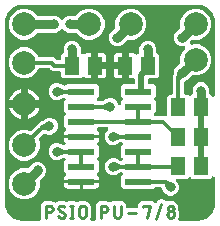
<source format=gbr>
G04 EAGLE Gerber RS-274X export*
G75*
%MOMM*%
%FSLAX34Y34*%
%LPD*%
%INTop Copper*%
%IPPOS*%
%AMOC8*
5,1,8,0,0,1.08239X$1,22.5*%
G01*
%ADD10C,0.228600*%
%ADD11R,1.300000X1.500000*%
%ADD12C,2.000000*%
%ADD13R,2.286000X0.609600*%
%ADD14C,0.304800*%
%ADD15C,0.800000*%
%ADD16C,0.800000*%
%ADD17C,0.508000*%

G36*
X32431Y3814D02*
X32431Y3814D01*
X32457Y3812D01*
X32603Y3834D01*
X32751Y3851D01*
X32775Y3859D01*
X32801Y3863D01*
X32939Y3918D01*
X33079Y3968D01*
X33101Y3982D01*
X33125Y3992D01*
X33247Y4077D01*
X33372Y4157D01*
X33390Y4176D01*
X33411Y4191D01*
X33510Y4301D01*
X33614Y4408D01*
X33627Y4430D01*
X33645Y4450D01*
X33717Y4580D01*
X33793Y4707D01*
X33801Y4732D01*
X33813Y4755D01*
X33854Y4898D01*
X33899Y5039D01*
X33901Y5065D01*
X33908Y5090D01*
X33928Y5334D01*
X33928Y18293D01*
X36383Y20749D01*
X42910Y20749D01*
X45380Y19323D01*
X45519Y19263D01*
X45655Y19199D01*
X45678Y19194D01*
X45700Y19184D01*
X45848Y19158D01*
X45996Y19126D01*
X46019Y19126D01*
X46043Y19122D01*
X46193Y19130D01*
X46344Y19133D01*
X46367Y19138D01*
X46391Y19139D01*
X46536Y19181D01*
X46682Y19218D01*
X46708Y19230D01*
X46726Y19235D01*
X46767Y19258D01*
X46903Y19323D01*
X49215Y20658D01*
X49277Y20704D01*
X49345Y20742D01*
X49353Y20749D01*
X52859Y20749D01*
X52954Y20684D01*
X53047Y20610D01*
X53097Y20586D01*
X53144Y20555D01*
X53348Y20468D01*
X53362Y20462D01*
X53365Y20461D01*
X53369Y20459D01*
X55188Y19853D01*
X55210Y19848D01*
X55230Y19839D01*
X55380Y19812D01*
X55529Y19781D01*
X55551Y19782D01*
X55573Y19778D01*
X55725Y19786D01*
X55877Y19789D01*
X55899Y19794D01*
X55921Y19796D01*
X56067Y19838D01*
X56215Y19876D01*
X56235Y19886D01*
X56256Y19892D01*
X56389Y19966D01*
X56524Y20037D01*
X56541Y20051D01*
X56560Y20062D01*
X56747Y20221D01*
X57275Y20749D01*
X63061Y20749D01*
X63828Y19982D01*
X63829Y19981D01*
X63830Y19980D01*
X63967Y19872D01*
X64101Y19766D01*
X64102Y19765D01*
X64103Y19764D01*
X64260Y19691D01*
X64416Y19617D01*
X64417Y19616D01*
X64419Y19616D01*
X64592Y19579D01*
X64757Y19543D01*
X64758Y19543D01*
X64759Y19543D01*
X64942Y19546D01*
X65105Y19549D01*
X65106Y19550D01*
X65108Y19550D01*
X65281Y19593D01*
X65443Y19634D01*
X65444Y19635D01*
X65446Y19635D01*
X65667Y19740D01*
X67414Y20749D01*
X71210Y20749D01*
X74498Y18850D01*
X76396Y15562D01*
X76396Y7137D01*
X75795Y6096D01*
X75765Y6026D01*
X75726Y5961D01*
X75696Y5867D01*
X75656Y5776D01*
X75643Y5701D01*
X75620Y5629D01*
X75612Y5530D01*
X75594Y5433D01*
X75598Y5357D01*
X75592Y5282D01*
X75606Y5184D01*
X75611Y5085D01*
X75632Y5012D01*
X75643Y4937D01*
X75680Y4845D01*
X75707Y4750D01*
X75744Y4684D01*
X75772Y4613D01*
X75829Y4532D01*
X75877Y4445D01*
X75928Y4389D01*
X75971Y4327D01*
X76045Y4261D01*
X76111Y4187D01*
X76174Y4144D01*
X76230Y4094D01*
X76317Y4046D01*
X76398Y3989D01*
X76469Y3962D01*
X76535Y3925D01*
X76630Y3898D01*
X76722Y3862D01*
X76797Y3851D01*
X76870Y3830D01*
X77021Y3818D01*
X77067Y3811D01*
X77086Y3813D01*
X77114Y3811D01*
X78886Y3811D01*
X78912Y3814D01*
X78939Y3812D01*
X79085Y3834D01*
X79233Y3851D01*
X79257Y3859D01*
X79283Y3863D01*
X79421Y3918D01*
X79561Y3968D01*
X79583Y3982D01*
X79607Y3992D01*
X79729Y4077D01*
X79853Y4157D01*
X79872Y4176D01*
X79893Y4191D01*
X79992Y4301D01*
X80096Y4408D01*
X80109Y4430D01*
X80127Y4450D01*
X80198Y4580D01*
X80274Y4707D01*
X80282Y4732D01*
X80295Y4755D01*
X80336Y4898D01*
X80381Y5039D01*
X80383Y5065D01*
X80390Y5090D01*
X80410Y5334D01*
X80410Y18293D01*
X82865Y20749D01*
X89392Y20749D01*
X91314Y19639D01*
X91315Y19639D01*
X91316Y19638D01*
X91473Y19570D01*
X91634Y19501D01*
X91635Y19501D01*
X91636Y19500D01*
X91809Y19469D01*
X91977Y19438D01*
X91978Y19439D01*
X91979Y19438D01*
X92150Y19447D01*
X92325Y19456D01*
X92326Y19456D01*
X92327Y19456D01*
X92491Y19503D01*
X92660Y19552D01*
X92661Y19552D01*
X92662Y19553D01*
X92817Y19639D01*
X92964Y19721D01*
X92965Y19722D01*
X92966Y19723D01*
X93153Y19881D01*
X94020Y20749D01*
X97492Y20749D01*
X97572Y20669D01*
X97592Y20653D01*
X97609Y20633D01*
X97729Y20545D01*
X97845Y20453D01*
X97868Y20442D01*
X97890Y20426D01*
X98026Y20367D01*
X98160Y20304D01*
X98186Y20298D01*
X98210Y20288D01*
X98356Y20262D01*
X98501Y20230D01*
X98527Y20231D01*
X98553Y20226D01*
X98701Y20234D01*
X98849Y20236D01*
X98875Y20243D01*
X98901Y20244D01*
X99043Y20285D01*
X99187Y20321D01*
X99210Y20333D01*
X99236Y20341D01*
X99365Y20413D01*
X99497Y20481D01*
X99517Y20498D01*
X99540Y20511D01*
X99726Y20669D01*
X99805Y20749D01*
X103278Y20749D01*
X105733Y18293D01*
X105733Y15908D01*
X105736Y15882D01*
X105734Y15856D01*
X105756Y15709D01*
X105773Y15562D01*
X105782Y15537D01*
X105786Y15511D01*
X105841Y15373D01*
X105891Y15234D01*
X105905Y15211D01*
X105915Y15187D01*
X105999Y15066D01*
X106080Y14941D01*
X106099Y14922D01*
X106114Y14901D01*
X106223Y14802D01*
X106330Y14699D01*
X106353Y14685D01*
X106372Y14668D01*
X106502Y14596D01*
X106630Y14520D01*
X106654Y14512D01*
X106677Y14499D01*
X106820Y14459D01*
X106961Y14413D01*
X106988Y14411D01*
X107013Y14404D01*
X107257Y14385D01*
X114806Y14385D01*
X114832Y14388D01*
X114858Y14386D01*
X115005Y14408D01*
X115152Y14424D01*
X115177Y14433D01*
X115203Y14437D01*
X115341Y14492D01*
X115480Y14542D01*
X115502Y14556D01*
X115527Y14566D01*
X115648Y14650D01*
X115773Y14731D01*
X115791Y14750D01*
X115813Y14765D01*
X115912Y14875D01*
X116015Y14982D01*
X116029Y15004D01*
X116046Y15024D01*
X116118Y15154D01*
X116194Y15281D01*
X116202Y15306D01*
X116215Y15329D01*
X116255Y15472D01*
X116300Y15613D01*
X116303Y15639D01*
X116310Y15664D01*
X116329Y15908D01*
X116329Y18293D01*
X118785Y20749D01*
X124803Y20749D01*
X124898Y20760D01*
X124992Y20761D01*
X125070Y20779D01*
X125149Y20789D01*
X125239Y20821D01*
X125331Y20843D01*
X125431Y20889D01*
X125478Y20906D01*
X125505Y20924D01*
X125553Y20946D01*
X125756Y21060D01*
X126678Y20804D01*
X126761Y20791D01*
X126842Y20768D01*
X126973Y20758D01*
X127022Y20750D01*
X127047Y20752D01*
X127086Y20749D01*
X128043Y20749D01*
X128208Y20584D01*
X128282Y20525D01*
X128350Y20459D01*
X128418Y20417D01*
X128481Y20367D01*
X128566Y20327D01*
X128647Y20278D01*
X128751Y20240D01*
X128796Y20218D01*
X128827Y20212D01*
X128877Y20193D01*
X129101Y20131D01*
X129502Y19423D01*
X129526Y19389D01*
X129544Y19352D01*
X129628Y19249D01*
X129707Y19141D01*
X129738Y19114D01*
X129764Y19082D01*
X129870Y19000D01*
X129971Y18913D01*
X130007Y18894D01*
X130040Y18869D01*
X130161Y18813D01*
X130279Y18751D01*
X130319Y18741D01*
X130357Y18724D01*
X130487Y18697D01*
X130617Y18664D01*
X130658Y18663D01*
X130698Y18655D01*
X130832Y18659D01*
X130965Y18655D01*
X131005Y18664D01*
X131047Y18665D01*
X131175Y18699D01*
X131306Y18726D01*
X131344Y18744D01*
X131383Y18754D01*
X131501Y18817D01*
X131622Y18873D01*
X131655Y18898D01*
X131691Y18917D01*
X131792Y19005D01*
X131897Y19087D01*
X131923Y19120D01*
X131954Y19147D01*
X132032Y19255D01*
X132116Y19359D01*
X132133Y19396D01*
X132158Y19429D01*
X132259Y19652D01*
X132669Y20778D01*
X135816Y22247D01*
X139079Y21060D01*
X139163Y20881D01*
X139211Y20802D01*
X139251Y20719D01*
X139302Y20655D01*
X139345Y20584D01*
X139410Y20519D01*
X139468Y20446D01*
X139533Y20395D01*
X139591Y20337D01*
X139669Y20288D01*
X139741Y20230D01*
X139816Y20195D01*
X139886Y20151D01*
X139973Y20121D01*
X140057Y20082D01*
X140137Y20065D01*
X140215Y20038D01*
X140307Y20028D01*
X140398Y20009D01*
X140480Y20011D01*
X140562Y20002D01*
X140653Y20014D01*
X140746Y20016D01*
X140826Y20036D01*
X140908Y20046D01*
X140994Y20078D01*
X141084Y20101D01*
X141188Y20150D01*
X141234Y20168D01*
X141260Y20185D01*
X141305Y20206D01*
X142245Y20749D01*
X145731Y20749D01*
X148750Y19005D01*
X150403Y16143D01*
X150449Y16081D01*
X150487Y16014D01*
X150494Y16005D01*
X150494Y12344D01*
X150505Y12243D01*
X150507Y12141D01*
X150525Y12070D01*
X150534Y11998D01*
X150568Y11902D01*
X150593Y11803D01*
X150635Y11715D01*
X150651Y11670D01*
X150671Y11639D01*
X150698Y11583D01*
X151072Y10934D01*
X151072Y7137D01*
X150471Y6096D01*
X150441Y6026D01*
X150402Y5961D01*
X150372Y5867D01*
X150332Y5776D01*
X150319Y5701D01*
X150296Y5629D01*
X150288Y5530D01*
X150270Y5433D01*
X150274Y5357D01*
X150268Y5282D01*
X150282Y5184D01*
X150287Y5085D01*
X150308Y5012D01*
X150319Y4937D01*
X150356Y4845D01*
X150383Y4750D01*
X150420Y4684D01*
X150448Y4613D01*
X150505Y4532D01*
X150553Y4445D01*
X150604Y4389D01*
X150647Y4327D01*
X150720Y4261D01*
X150787Y4187D01*
X150849Y4144D01*
X150906Y4094D01*
X150992Y4046D01*
X151074Y3989D01*
X151144Y3962D01*
X151211Y3925D01*
X151306Y3898D01*
X151398Y3862D01*
X151473Y3851D01*
X151546Y3830D01*
X151697Y3818D01*
X151743Y3811D01*
X151762Y3813D01*
X151790Y3811D01*
X167929Y3811D01*
X167971Y3816D01*
X168048Y3815D01*
X169885Y3960D01*
X169941Y3971D01*
X169998Y3973D01*
X170208Y4023D01*
X170227Y4027D01*
X170230Y4028D01*
X170236Y4030D01*
X173728Y5165D01*
X173834Y5213D01*
X173944Y5253D01*
X174008Y5292D01*
X174045Y5309D01*
X174080Y5337D01*
X174153Y5381D01*
X177124Y7539D01*
X177210Y7618D01*
X177301Y7691D01*
X177350Y7747D01*
X177380Y7775D01*
X177405Y7812D01*
X177461Y7876D01*
X179619Y10847D01*
X179677Y10949D01*
X179741Y11046D01*
X179770Y11115D01*
X179790Y11151D01*
X179803Y11194D01*
X179835Y11272D01*
X180970Y14764D01*
X180982Y14820D01*
X181001Y14874D01*
X181036Y15088D01*
X181039Y15106D01*
X181039Y15110D01*
X181040Y15115D01*
X181185Y16952D01*
X181183Y16994D01*
X181189Y17071D01*
X181189Y39700D01*
X181178Y39800D01*
X181176Y39900D01*
X181158Y39973D01*
X181149Y40046D01*
X181116Y40141D01*
X181091Y40238D01*
X181057Y40305D01*
X181032Y40375D01*
X180977Y40459D01*
X180931Y40548D01*
X180883Y40605D01*
X180843Y40667D01*
X180771Y40737D01*
X180706Y40814D01*
X180646Y40858D01*
X180592Y40910D01*
X180506Y40961D01*
X180425Y41021D01*
X180357Y41050D01*
X180293Y41088D01*
X180197Y41119D01*
X180105Y41159D01*
X180032Y41172D01*
X179961Y41195D01*
X179861Y41203D01*
X179762Y41220D01*
X179688Y41217D01*
X179614Y41223D01*
X179514Y41208D01*
X179414Y41203D01*
X179343Y41182D01*
X179269Y41171D01*
X179176Y41134D01*
X179079Y41106D01*
X179014Y41070D01*
X178945Y41042D01*
X178863Y40985D01*
X178775Y40936D01*
X178699Y40871D01*
X178659Y40843D01*
X178635Y40817D01*
X178589Y40777D01*
X177263Y39451D01*
X161737Y39451D01*
X161077Y40111D01*
X161057Y40128D01*
X161040Y40148D01*
X160920Y40236D01*
X160804Y40328D01*
X160780Y40339D01*
X160759Y40355D01*
X160623Y40413D01*
X160489Y40477D01*
X160463Y40482D01*
X160439Y40493D01*
X160293Y40519D01*
X160148Y40550D01*
X160122Y40550D01*
X160096Y40554D01*
X159948Y40547D01*
X159800Y40544D01*
X159774Y40538D01*
X159748Y40537D01*
X159606Y40496D01*
X159462Y40459D01*
X159438Y40447D01*
X159413Y40440D01*
X159284Y40368D01*
X159152Y40300D01*
X159132Y40283D01*
X159109Y40270D01*
X158923Y40111D01*
X158263Y39451D01*
X149845Y39451D01*
X149745Y39440D01*
X149644Y39438D01*
X149572Y39420D01*
X149498Y39411D01*
X149404Y39377D01*
X149306Y39353D01*
X149240Y39319D01*
X149170Y39294D01*
X149086Y39239D01*
X148997Y39193D01*
X148940Y39145D01*
X148877Y39105D01*
X148808Y39033D01*
X148731Y38968D01*
X148687Y38908D01*
X148635Y38854D01*
X148584Y38768D01*
X148524Y38687D01*
X148495Y38619D01*
X148456Y38555D01*
X148426Y38459D01*
X148386Y38367D01*
X148373Y38294D01*
X148350Y38223D01*
X148342Y38123D01*
X148324Y38024D01*
X148328Y37950D01*
X148322Y37876D01*
X148337Y37776D01*
X148342Y37676D01*
X148363Y37605D01*
X148374Y37531D01*
X148411Y37438D01*
X148439Y37341D01*
X148475Y37276D01*
X148503Y37207D01*
X148560Y37125D01*
X148609Y37037D01*
X148674Y36961D01*
X148702Y36921D01*
X148728Y36897D01*
X148767Y36851D01*
X149726Y35893D01*
X150799Y33302D01*
X150799Y30498D01*
X149726Y27907D01*
X147743Y25924D01*
X145152Y24851D01*
X142348Y24851D01*
X139757Y25924D01*
X137774Y27907D01*
X137630Y28256D01*
X137556Y28388D01*
X137497Y28502D01*
X137202Y29287D01*
X137193Y29304D01*
X137184Y29333D01*
X136679Y30553D01*
X136671Y30642D01*
X136663Y30668D01*
X136661Y30686D01*
X136646Y30730D01*
X136604Y30877D01*
X136429Y31341D01*
X136383Y31431D01*
X136345Y31525D01*
X136303Y31585D01*
X136270Y31651D01*
X136204Y31728D01*
X136146Y31811D01*
X136092Y31860D01*
X136044Y31916D01*
X135963Y31977D01*
X135888Y32044D01*
X135823Y32080D01*
X135764Y32124D01*
X135671Y32164D01*
X135583Y32213D01*
X135512Y32233D01*
X135444Y32262D01*
X135345Y32280D01*
X135247Y32308D01*
X135148Y32316D01*
X135101Y32324D01*
X135065Y32322D01*
X135003Y32327D01*
X131478Y32327D01*
X131352Y32313D01*
X131226Y32306D01*
X131180Y32293D01*
X131132Y32287D01*
X131013Y32245D01*
X130891Y32210D01*
X130849Y32186D01*
X130803Y32170D01*
X130697Y32101D01*
X130587Y32040D01*
X130541Y32000D01*
X130511Y31981D01*
X130477Y31946D01*
X130401Y31881D01*
X129323Y30803D01*
X103937Y30803D01*
X102151Y32589D01*
X102151Y41211D01*
X103031Y42090D01*
X103078Y42149D01*
X103132Y42202D01*
X103186Y42286D01*
X103247Y42363D01*
X103280Y42431D01*
X103320Y42495D01*
X103354Y42589D01*
X103396Y42679D01*
X103412Y42752D01*
X103437Y42823D01*
X103449Y42922D01*
X103470Y43019D01*
X103468Y43094D01*
X103477Y43169D01*
X103465Y43268D01*
X103464Y43368D01*
X103445Y43441D01*
X103437Y43515D01*
X103403Y43609D01*
X103379Y43706D01*
X103344Y43773D01*
X103319Y43843D01*
X103265Y43927D01*
X103219Y44015D01*
X103170Y44073D01*
X103130Y44136D01*
X103058Y44205D01*
X102993Y44281D01*
X102933Y44326D01*
X102879Y44378D01*
X102793Y44429D01*
X102713Y44488D01*
X102644Y44518D01*
X102579Y44556D01*
X102484Y44587D01*
X102393Y44626D01*
X102319Y44639D01*
X102247Y44662D01*
X102148Y44670D01*
X102050Y44688D01*
X101975Y44684D01*
X101900Y44690D01*
X101801Y44675D01*
X101702Y44670D01*
X101630Y44649D01*
X101555Y44638D01*
X101412Y44586D01*
X101367Y44573D01*
X101351Y44564D01*
X101325Y44555D01*
X99710Y43823D01*
X99580Y43745D01*
X99447Y43671D01*
X99426Y43653D01*
X99411Y43644D01*
X99404Y43637D01*
X98208Y43142D01*
X98191Y43132D01*
X98162Y43122D01*
X97558Y42848D01*
X97395Y42774D01*
X97363Y42771D01*
X97337Y42762D01*
X97319Y42760D01*
X97276Y42742D01*
X97130Y42696D01*
X96782Y42551D01*
X93978Y42551D01*
X91387Y43624D01*
X89404Y45607D01*
X88331Y48198D01*
X88331Y51002D01*
X89404Y53593D01*
X91387Y55576D01*
X93978Y56649D01*
X96782Y56649D01*
X97130Y56504D01*
X97276Y56463D01*
X97399Y56424D01*
X98162Y56078D01*
X98180Y56072D01*
X98207Y56058D01*
X99427Y55553D01*
X99496Y55495D01*
X99520Y55482D01*
X99534Y55471D01*
X99576Y55451D01*
X99710Y55377D01*
X101325Y54645D01*
X101397Y54622D01*
X101465Y54590D01*
X101562Y54569D01*
X101657Y54538D01*
X101732Y54532D01*
X101806Y54516D01*
X101905Y54518D01*
X102004Y54510D01*
X102079Y54521D01*
X102154Y54522D01*
X102251Y54547D01*
X102349Y54561D01*
X102419Y54589D01*
X102492Y54607D01*
X102581Y54653D01*
X102673Y54690D01*
X102735Y54733D01*
X102802Y54767D01*
X102878Y54832D01*
X102959Y54888D01*
X103010Y54944D01*
X103067Y54993D01*
X103126Y55073D01*
X103193Y55147D01*
X103230Y55213D01*
X103274Y55273D01*
X103314Y55365D01*
X103362Y55452D01*
X103383Y55524D01*
X103412Y55593D01*
X103430Y55691D01*
X103457Y55787D01*
X103461Y55862D01*
X103474Y55936D01*
X103469Y56036D01*
X103474Y56135D01*
X103460Y56209D01*
X103456Y56284D01*
X103429Y56380D01*
X103410Y56478D01*
X103380Y56547D01*
X103360Y56619D01*
X103311Y56706D01*
X103271Y56797D01*
X103226Y56858D01*
X103189Y56923D01*
X103091Y57039D01*
X103063Y57077D01*
X103049Y57088D01*
X103031Y57110D01*
X102151Y57989D01*
X102151Y66611D01*
X103113Y67573D01*
X103130Y67593D01*
X103150Y67610D01*
X103238Y67730D01*
X103330Y67846D01*
X103341Y67870D01*
X103357Y67891D01*
X103416Y68027D01*
X103479Y68161D01*
X103484Y68187D01*
X103495Y68211D01*
X103521Y68357D01*
X103552Y68502D01*
X103552Y68528D01*
X103556Y68554D01*
X103549Y68702D01*
X103546Y68850D01*
X103540Y68876D01*
X103539Y68902D01*
X103498Y69044D01*
X103461Y69188D01*
X103449Y69212D01*
X103442Y69237D01*
X103370Y69366D01*
X103302Y69498D01*
X103285Y69518D01*
X103272Y69541D01*
X103113Y69727D01*
X103026Y69815D01*
X102947Y69877D01*
X102874Y69948D01*
X102811Y69985D01*
X102753Y70031D01*
X102662Y70074D01*
X102574Y70126D01*
X102504Y70149D01*
X102438Y70180D01*
X102339Y70201D01*
X102242Y70232D01*
X102169Y70238D01*
X102097Y70253D01*
X101996Y70252D01*
X101895Y70260D01*
X101822Y70249D01*
X101749Y70247D01*
X101651Y70223D01*
X101550Y70208D01*
X101457Y70174D01*
X101411Y70162D01*
X101378Y70146D01*
X101320Y70125D01*
X99330Y69223D01*
X99200Y69145D01*
X99067Y69071D01*
X99046Y69053D01*
X99031Y69044D01*
X99024Y69037D01*
X97828Y68542D01*
X97811Y68532D01*
X97782Y68522D01*
X97178Y68248D01*
X97015Y68174D01*
X96983Y68171D01*
X96957Y68162D01*
X96939Y68160D01*
X96896Y68142D01*
X96750Y68096D01*
X96402Y67951D01*
X93598Y67951D01*
X91007Y69024D01*
X89024Y71007D01*
X87951Y73598D01*
X87951Y76402D01*
X89024Y78993D01*
X90559Y80527D01*
X90621Y80606D01*
X90691Y80678D01*
X90729Y80742D01*
X90775Y80800D01*
X90818Y80891D01*
X90870Y80977D01*
X90892Y81048D01*
X90924Y81115D01*
X90945Y81213D01*
X90976Y81309D01*
X90982Y81383D01*
X90997Y81456D01*
X90996Y81556D01*
X91004Y81656D01*
X90993Y81730D01*
X90991Y81804D01*
X90967Y81901D01*
X90952Y82001D01*
X90925Y82070D01*
X90906Y82142D01*
X90860Y82231D01*
X90823Y82325D01*
X90781Y82386D01*
X90747Y82452D01*
X90682Y82528D01*
X90624Y82611D01*
X90569Y82661D01*
X90521Y82717D01*
X90440Y82777D01*
X90366Y82844D01*
X90301Y82880D01*
X90241Y82925D01*
X90148Y82964D01*
X90061Y83013D01*
X89989Y83033D01*
X89921Y83063D01*
X89822Y83080D01*
X89725Y83108D01*
X89625Y83116D01*
X89578Y83124D01*
X89542Y83122D01*
X89481Y83127D01*
X83218Y83127D01*
X83092Y83113D01*
X82966Y83106D01*
X82920Y83093D01*
X82872Y83087D01*
X82753Y83045D01*
X82631Y83010D01*
X82589Y82986D01*
X82543Y82970D01*
X82437Y82901D01*
X82327Y82840D01*
X82281Y82800D01*
X82251Y82781D01*
X82217Y82746D01*
X82141Y82681D01*
X81887Y82427D01*
X81870Y82407D01*
X81850Y82390D01*
X81762Y82270D01*
X81670Y82154D01*
X81659Y82130D01*
X81643Y82109D01*
X81585Y81973D01*
X81521Y81839D01*
X81516Y81813D01*
X81505Y81789D01*
X81479Y81643D01*
X81448Y81498D01*
X81448Y81472D01*
X81444Y81446D01*
X81451Y81298D01*
X81454Y81150D01*
X81460Y81124D01*
X81461Y81098D01*
X81502Y80956D01*
X81539Y80812D01*
X81551Y80789D01*
X81558Y80763D01*
X81630Y80634D01*
X81698Y80502D01*
X81715Y80482D01*
X81728Y80459D01*
X81887Y80273D01*
X82240Y79920D01*
X82641Y79225D01*
X82849Y78449D01*
X82849Y76523D01*
X68370Y76523D01*
X53891Y76523D01*
X53891Y78449D01*
X54099Y79225D01*
X54500Y79920D01*
X54853Y80273D01*
X54870Y80293D01*
X54890Y80310D01*
X54978Y80430D01*
X55070Y80546D01*
X55081Y80570D01*
X55097Y80591D01*
X55156Y80727D01*
X55219Y80861D01*
X55224Y80887D01*
X55235Y80911D01*
X55261Y81057D01*
X55292Y81202D01*
X55292Y81228D01*
X55296Y81254D01*
X55289Y81402D01*
X55286Y81550D01*
X55280Y81576D01*
X55279Y81602D01*
X55237Y81744D01*
X55201Y81888D01*
X55189Y81911D01*
X55182Y81937D01*
X55110Y82066D01*
X55042Y82198D01*
X55025Y82218D01*
X55012Y82241D01*
X54853Y82427D01*
X53891Y83389D01*
X53891Y92011D01*
X54853Y92973D01*
X54870Y92993D01*
X54890Y93010D01*
X54978Y93130D01*
X55070Y93246D01*
X55081Y93270D01*
X55097Y93291D01*
X55156Y93427D01*
X55219Y93561D01*
X55224Y93587D01*
X55235Y93611D01*
X55261Y93757D01*
X55292Y93902D01*
X55292Y93928D01*
X55296Y93954D01*
X55289Y94102D01*
X55286Y94250D01*
X55280Y94276D01*
X55279Y94302D01*
X55237Y94444D01*
X55201Y94588D01*
X55189Y94611D01*
X55182Y94637D01*
X55110Y94766D01*
X55042Y94898D01*
X55025Y94918D01*
X55012Y94941D01*
X54853Y95127D01*
X53891Y96089D01*
X53891Y104711D01*
X54456Y105276D01*
X54503Y105335D01*
X54557Y105387D01*
X54611Y105471D01*
X54673Y105549D01*
X54705Y105617D01*
X54746Y105680D01*
X54779Y105774D01*
X54822Y105864D01*
X54837Y105937D01*
X54863Y106008D01*
X54874Y106107D01*
X54895Y106204D01*
X54894Y106280D01*
X54902Y106354D01*
X54891Y106453D01*
X54889Y106553D01*
X54871Y106626D01*
X54862Y106701D01*
X54828Y106794D01*
X54804Y106891D01*
X54770Y106958D01*
X54744Y107029D01*
X54690Y107112D01*
X54644Y107201D01*
X54596Y107258D01*
X54555Y107321D01*
X54483Y107390D01*
X54419Y107466D01*
X54358Y107511D01*
X54304Y107563D01*
X54218Y107614D01*
X54138Y107673D01*
X54069Y107703D01*
X54005Y107742D01*
X53910Y107772D01*
X53818Y107811D01*
X53744Y107825D01*
X53673Y107847D01*
X53573Y107855D01*
X53475Y107873D01*
X53400Y107869D01*
X53325Y107875D01*
X53227Y107860D01*
X53127Y107855D01*
X53055Y107834D01*
X52981Y107823D01*
X52837Y107771D01*
X52792Y107759D01*
X52776Y107750D01*
X52750Y107740D01*
X51830Y107323D01*
X51700Y107245D01*
X51567Y107171D01*
X51546Y107153D01*
X51531Y107144D01*
X51524Y107137D01*
X50328Y106642D01*
X50310Y106632D01*
X50282Y106622D01*
X49678Y106348D01*
X49515Y106274D01*
X49483Y106271D01*
X49457Y106262D01*
X49439Y106260D01*
X49396Y106243D01*
X49250Y106196D01*
X48902Y106051D01*
X46098Y106051D01*
X43507Y107124D01*
X41524Y109107D01*
X40451Y111698D01*
X40451Y114502D01*
X41524Y117093D01*
X43507Y119076D01*
X46098Y120149D01*
X48902Y120149D01*
X49251Y120004D01*
X49397Y119963D01*
X49518Y119924D01*
X50281Y119578D01*
X50300Y119572D01*
X50327Y119558D01*
X51547Y119053D01*
X51616Y118995D01*
X51640Y118982D01*
X51654Y118971D01*
X51696Y118951D01*
X51830Y118877D01*
X53297Y118212D01*
X53394Y118181D01*
X53486Y118141D01*
X53559Y118128D01*
X53629Y118105D01*
X53730Y118097D01*
X53829Y118079D01*
X53903Y118083D01*
X53976Y118077D01*
X54076Y118092D01*
X54178Y118097D01*
X54248Y118118D01*
X54321Y118128D01*
X54415Y118166D01*
X54512Y118194D01*
X54577Y118230D01*
X54645Y118257D01*
X54728Y118315D01*
X54817Y118364D01*
X54892Y118428D01*
X54931Y118455D01*
X54956Y118482D01*
X55003Y118522D01*
X55677Y119197D01*
X81063Y119197D01*
X82849Y117411D01*
X82849Y108789D01*
X81887Y107827D01*
X81870Y107807D01*
X81850Y107790D01*
X81762Y107670D01*
X81670Y107554D01*
X81659Y107530D01*
X81643Y107509D01*
X81584Y107373D01*
X81521Y107239D01*
X81516Y107213D01*
X81505Y107189D01*
X81479Y107043D01*
X81448Y106898D01*
X81448Y106872D01*
X81444Y106846D01*
X81451Y106698D01*
X81454Y106550D01*
X81460Y106524D01*
X81461Y106498D01*
X81503Y106356D01*
X81539Y106212D01*
X81551Y106189D01*
X81558Y106163D01*
X81631Y106034D01*
X81698Y105902D01*
X81715Y105882D01*
X81728Y105859D01*
X81887Y105673D01*
X82141Y105419D01*
X82240Y105340D01*
X82334Y105256D01*
X82376Y105232D01*
X82414Y105202D01*
X82528Y105148D01*
X82639Y105087D01*
X82685Y105074D01*
X82729Y105053D01*
X82852Y105027D01*
X82974Y104992D01*
X83035Y104987D01*
X83070Y104980D01*
X83118Y104981D01*
X83218Y104973D01*
X85184Y104973D01*
X85210Y104976D01*
X85237Y104974D01*
X85383Y104996D01*
X85530Y105013D01*
X85555Y105022D01*
X85582Y105026D01*
X85812Y105108D01*
X88170Y106177D01*
X88300Y106255D01*
X88433Y106329D01*
X88454Y106347D01*
X88469Y106356D01*
X88476Y106363D01*
X89673Y106858D01*
X89690Y106868D01*
X89718Y106878D01*
X90485Y107226D01*
X90517Y107229D01*
X90543Y107238D01*
X90561Y107240D01*
X90604Y107258D01*
X90750Y107304D01*
X91098Y107449D01*
X93902Y107449D01*
X96493Y106376D01*
X98476Y104393D01*
X99221Y102594D01*
X99245Y102550D01*
X99262Y102503D01*
X99330Y102398D01*
X99390Y102289D01*
X99424Y102252D01*
X99451Y102210D01*
X99541Y102123D01*
X99624Y102031D01*
X99665Y102003D01*
X99702Y101968D01*
X99809Y101904D01*
X99911Y101833D01*
X99958Y101815D01*
X100001Y101789D01*
X100119Y101751D01*
X100235Y101705D01*
X100285Y101698D01*
X100333Y101682D01*
X100457Y101672D01*
X100580Y101654D01*
X100630Y101659D01*
X100680Y101654D01*
X100803Y101673D01*
X100927Y101683D01*
X100975Y101699D01*
X101025Y101706D01*
X101141Y101752D01*
X101259Y101790D01*
X101302Y101816D01*
X101349Y101835D01*
X101451Y101906D01*
X101557Y101970D01*
X101594Y102005D01*
X101635Y102034D01*
X101718Y102126D01*
X101807Y102213D01*
X101835Y102255D01*
X101868Y102293D01*
X101928Y102401D01*
X101996Y102506D01*
X102013Y102554D01*
X102037Y102598D01*
X102071Y102717D01*
X102112Y102835D01*
X102118Y102884D01*
X102132Y102933D01*
X102151Y103177D01*
X102151Y104711D01*
X103113Y105673D01*
X103130Y105693D01*
X103150Y105710D01*
X103238Y105830D01*
X103330Y105946D01*
X103341Y105970D01*
X103357Y105991D01*
X103416Y106127D01*
X103479Y106261D01*
X103484Y106287D01*
X103495Y106311D01*
X103521Y106457D01*
X103552Y106602D01*
X103552Y106628D01*
X103556Y106654D01*
X103549Y106802D01*
X103546Y106950D01*
X103540Y106976D01*
X103539Y107002D01*
X103497Y107144D01*
X103461Y107288D01*
X103449Y107311D01*
X103442Y107337D01*
X103370Y107466D01*
X103302Y107598D01*
X103285Y107618D01*
X103272Y107641D01*
X103113Y107827D01*
X102151Y108789D01*
X102151Y117411D01*
X103937Y119197D01*
X112018Y119197D01*
X112044Y119200D01*
X112070Y119198D01*
X112217Y119220D01*
X112364Y119237D01*
X112389Y119245D01*
X112415Y119249D01*
X112553Y119304D01*
X112692Y119354D01*
X112714Y119368D01*
X112739Y119378D01*
X112860Y119463D01*
X112985Y119543D01*
X113003Y119562D01*
X113025Y119577D01*
X113124Y119687D01*
X113227Y119794D01*
X113241Y119816D01*
X113258Y119836D01*
X113330Y119966D01*
X113406Y120093D01*
X113414Y120118D01*
X113427Y120141D01*
X113467Y120284D01*
X113512Y120425D01*
X113514Y120451D01*
X113522Y120476D01*
X113541Y120720D01*
X113541Y122928D01*
X113538Y122954D01*
X113540Y122980D01*
X113518Y123127D01*
X113501Y123274D01*
X113493Y123299D01*
X113489Y123325D01*
X113434Y123463D01*
X113384Y123602D01*
X113370Y123624D01*
X113360Y123649D01*
X113275Y123770D01*
X113195Y123895D01*
X113176Y123913D01*
X113161Y123935D01*
X113051Y124034D01*
X112944Y124137D01*
X112922Y124151D01*
X112902Y124168D01*
X112772Y124240D01*
X112645Y124316D01*
X112620Y124324D01*
X112597Y124337D01*
X112454Y124377D01*
X112313Y124422D01*
X112287Y124424D01*
X112262Y124432D01*
X112018Y124451D01*
X108547Y124451D01*
X108547Y133476D01*
X108544Y133502D01*
X108546Y133528D01*
X108524Y133675D01*
X108507Y133822D01*
X108498Y133847D01*
X108495Y133873D01*
X108440Y134011D01*
X108390Y134150D01*
X108376Y134172D01*
X108366Y134197D01*
X108281Y134318D01*
X108201Y134443D01*
X108182Y134461D01*
X108167Y134483D01*
X108057Y134582D01*
X107950Y134685D01*
X107928Y134699D01*
X107908Y134716D01*
X107778Y134788D01*
X107651Y134864D01*
X107626Y134872D01*
X107603Y134885D01*
X107460Y134925D01*
X107319Y134970D01*
X107293Y134972D01*
X107268Y134980D01*
X107024Y134999D01*
X105499Y134999D01*
X105499Y135001D01*
X107024Y135001D01*
X107050Y135004D01*
X107076Y135002D01*
X107223Y135024D01*
X107370Y135041D01*
X107395Y135050D01*
X107421Y135053D01*
X107559Y135108D01*
X107698Y135158D01*
X107720Y135172D01*
X107745Y135182D01*
X107866Y135267D01*
X107991Y135347D01*
X108009Y135366D01*
X108031Y135381D01*
X108130Y135491D01*
X108233Y135598D01*
X108247Y135620D01*
X108264Y135640D01*
X108336Y135770D01*
X108412Y135897D01*
X108420Y135922D01*
X108433Y135945D01*
X108473Y136088D01*
X108518Y136229D01*
X108520Y136255D01*
X108528Y136280D01*
X108547Y136524D01*
X108547Y145549D01*
X112401Y145549D01*
X113177Y145341D01*
X113872Y144940D01*
X113923Y144889D01*
X113943Y144872D01*
X113960Y144852D01*
X114080Y144764D01*
X114196Y144672D01*
X114220Y144661D01*
X114241Y144645D01*
X114377Y144586D01*
X114511Y144523D01*
X114537Y144518D01*
X114561Y144507D01*
X114707Y144481D01*
X114852Y144450D01*
X114878Y144450D01*
X114904Y144446D01*
X115052Y144453D01*
X115200Y144456D01*
X115226Y144462D01*
X115252Y144463D01*
X115394Y144505D01*
X115538Y144541D01*
X115561Y144553D01*
X115587Y144560D01*
X115716Y144633D01*
X115848Y144700D01*
X115868Y144717D01*
X115891Y144730D01*
X116077Y144889D01*
X117005Y145817D01*
X117084Y145916D01*
X117168Y146010D01*
X117192Y146052D01*
X117222Y146090D01*
X117276Y146204D01*
X117337Y146315D01*
X117350Y146361D01*
X117371Y146405D01*
X117397Y146528D01*
X117432Y146650D01*
X117437Y146711D01*
X117444Y146746D01*
X117443Y146794D01*
X117451Y146894D01*
X117451Y150152D01*
X118524Y152743D01*
X120507Y154726D01*
X123098Y155799D01*
X125902Y155799D01*
X128493Y154726D01*
X130476Y152743D01*
X131549Y150152D01*
X131549Y146894D01*
X131563Y146768D01*
X131570Y146642D01*
X131583Y146596D01*
X131589Y146548D01*
X131631Y146429D01*
X131666Y146307D01*
X131690Y146265D01*
X131706Y146219D01*
X131775Y146113D01*
X131836Y146003D01*
X131876Y145957D01*
X131895Y145927D01*
X131930Y145893D01*
X131995Y145817D01*
X134049Y143763D01*
X134049Y126237D01*
X132263Y124451D01*
X126242Y124451D01*
X126216Y124448D01*
X126190Y124450D01*
X126043Y124428D01*
X125896Y124411D01*
X125871Y124403D01*
X125845Y124399D01*
X125707Y124344D01*
X125568Y124294D01*
X125546Y124280D01*
X125521Y124270D01*
X125400Y124185D01*
X125275Y124105D01*
X125257Y124086D01*
X125235Y124071D01*
X125136Y123961D01*
X125033Y123854D01*
X125019Y123832D01*
X125002Y123812D01*
X124930Y123682D01*
X124854Y123555D01*
X124846Y123530D01*
X124833Y123507D01*
X124793Y123364D01*
X124748Y123223D01*
X124746Y123197D01*
X124738Y123172D01*
X124719Y122928D01*
X124719Y120720D01*
X124722Y120694D01*
X124720Y120668D01*
X124742Y120521D01*
X124759Y120374D01*
X124767Y120349D01*
X124771Y120323D01*
X124826Y120185D01*
X124876Y120046D01*
X124890Y120024D01*
X124900Y119999D01*
X124985Y119878D01*
X125065Y119753D01*
X125084Y119735D01*
X125099Y119713D01*
X125209Y119614D01*
X125316Y119511D01*
X125338Y119497D01*
X125358Y119480D01*
X125488Y119408D01*
X125615Y119332D01*
X125640Y119324D01*
X125663Y119311D01*
X125806Y119271D01*
X125947Y119226D01*
X125973Y119224D01*
X125998Y119216D01*
X126242Y119197D01*
X129323Y119197D01*
X131109Y117411D01*
X131109Y108789D01*
X130147Y107827D01*
X130130Y107807D01*
X130110Y107790D01*
X130022Y107670D01*
X129930Y107554D01*
X129919Y107530D01*
X129903Y107509D01*
X129844Y107373D01*
X129781Y107239D01*
X129776Y107213D01*
X129765Y107189D01*
X129739Y107043D01*
X129708Y106898D01*
X129708Y106872D01*
X129704Y106846D01*
X129711Y106698D01*
X129714Y106550D01*
X129720Y106524D01*
X129721Y106498D01*
X129763Y106356D01*
X129799Y106212D01*
X129811Y106189D01*
X129818Y106163D01*
X129890Y106034D01*
X129958Y105902D01*
X129975Y105882D01*
X129988Y105859D01*
X130147Y105673D01*
X131109Y104711D01*
X131109Y96089D01*
X130147Y95127D01*
X130130Y95107D01*
X130110Y95090D01*
X130022Y94970D01*
X129930Y94854D01*
X129919Y94830D01*
X129903Y94809D01*
X129844Y94673D01*
X129781Y94539D01*
X129776Y94513D01*
X129765Y94489D01*
X129739Y94343D01*
X129708Y94198D01*
X129708Y94172D01*
X129704Y94146D01*
X129711Y93998D01*
X129714Y93850D01*
X129720Y93824D01*
X129721Y93798D01*
X129763Y93656D01*
X129799Y93512D01*
X129811Y93488D01*
X129818Y93463D01*
X129890Y93334D01*
X129958Y93202D01*
X129975Y93182D01*
X129988Y93159D01*
X130147Y92973D01*
X130401Y92719D01*
X130500Y92640D01*
X130594Y92556D01*
X130636Y92532D01*
X130674Y92502D01*
X130788Y92448D01*
X130899Y92387D01*
X130945Y92374D01*
X130989Y92353D01*
X131112Y92327D01*
X131234Y92292D01*
X131295Y92287D01*
X131329Y92280D01*
X131377Y92281D01*
X131478Y92273D01*
X138710Y92273D01*
X138845Y92217D01*
X138990Y92175D01*
X139133Y92130D01*
X139157Y92128D01*
X139180Y92121D01*
X139330Y92114D01*
X139480Y92102D01*
X139504Y92105D01*
X139528Y92104D01*
X139676Y92131D01*
X139825Y92153D01*
X139847Y92162D01*
X139871Y92167D01*
X140009Y92226D01*
X140149Y92282D01*
X140169Y92296D01*
X140191Y92305D01*
X140312Y92395D01*
X140435Y92481D01*
X140451Y92499D01*
X140470Y92513D01*
X140567Y92628D01*
X140668Y92740D01*
X140680Y92761D01*
X140696Y92779D01*
X140764Y92913D01*
X140837Y93045D01*
X140843Y93068D01*
X140854Y93090D01*
X140891Y93235D01*
X140932Y93380D01*
X140934Y93409D01*
X140939Y93428D01*
X140939Y93475D01*
X140951Y93624D01*
X140951Y108763D01*
X142737Y110549D01*
X144404Y110549D01*
X144430Y110552D01*
X144456Y110550D01*
X144603Y110572D01*
X144750Y110589D01*
X144775Y110597D01*
X144801Y110601D01*
X144939Y110656D01*
X145078Y110706D01*
X145100Y110720D01*
X145125Y110730D01*
X145246Y110815D01*
X145371Y110895D01*
X145389Y110914D01*
X145411Y110929D01*
X145510Y111039D01*
X145613Y111146D01*
X145627Y111168D01*
X145644Y111188D01*
X145716Y111318D01*
X145792Y111445D01*
X145800Y111470D01*
X145813Y111493D01*
X145853Y111635D01*
X145898Y111777D01*
X145900Y111803D01*
X145908Y111828D01*
X145927Y112072D01*
X145927Y122954D01*
X145920Y123018D01*
X145922Y123083D01*
X145891Y123265D01*
X145887Y123300D01*
X145884Y123310D01*
X145882Y123324D01*
X145834Y123514D01*
X145845Y123634D01*
X145839Y123693D01*
X145840Y123729D01*
X145834Y123761D01*
X145893Y124035D01*
X145897Y124075D01*
X145908Y124113D01*
X145927Y124356D01*
X145927Y126410D01*
X146401Y127553D01*
X146419Y127615D01*
X146445Y127674D01*
X146487Y127853D01*
X146496Y127888D01*
X146497Y127898D01*
X146500Y127913D01*
X146685Y129158D01*
X146686Y129190D01*
X146701Y129382D01*
X146701Y130152D01*
X146833Y130470D01*
X146851Y130532D01*
X146877Y130591D01*
X146892Y130654D01*
X146900Y130671D01*
X146987Y130842D01*
X147774Y132743D01*
X151505Y136474D01*
X151584Y136573D01*
X151668Y136666D01*
X151692Y136709D01*
X151722Y136747D01*
X151776Y136861D01*
X151837Y136971D01*
X151850Y137018D01*
X151871Y137062D01*
X151897Y137185D01*
X151932Y137307D01*
X151937Y137368D01*
X151944Y137402D01*
X151943Y137450D01*
X151951Y137551D01*
X151951Y142596D01*
X153938Y147392D01*
X155647Y149101D01*
X155710Y149179D01*
X155779Y149252D01*
X155818Y149316D01*
X155864Y149374D01*
X155907Y149465D01*
X155958Y149551D01*
X155981Y149622D01*
X156013Y149689D01*
X156034Y149787D01*
X156065Y149883D01*
X156070Y149957D01*
X156086Y150030D01*
X156084Y150130D01*
X156092Y150230D01*
X156081Y150304D01*
X156080Y150378D01*
X156056Y150475D01*
X156041Y150575D01*
X156013Y150644D01*
X155995Y150716D01*
X155949Y150805D01*
X155912Y150899D01*
X155870Y150960D01*
X155836Y151026D01*
X155770Y151102D01*
X155713Y151185D01*
X155658Y151235D01*
X155610Y151291D01*
X155529Y151351D01*
X155454Y151418D01*
X155389Y151454D01*
X155329Y151499D01*
X155237Y151538D01*
X155149Y151587D01*
X155078Y151607D01*
X155009Y151637D01*
X154911Y151654D01*
X154814Y151682D01*
X154714Y151690D01*
X154666Y151698D01*
X154631Y151696D01*
X154570Y151701D01*
X152348Y151701D01*
X149757Y152774D01*
X147774Y154757D01*
X146701Y157348D01*
X146701Y160152D01*
X147774Y162743D01*
X151505Y166474D01*
X151584Y166573D01*
X151668Y166666D01*
X151692Y166709D01*
X151722Y166747D01*
X151776Y166861D01*
X151837Y166971D01*
X151850Y167018D01*
X151871Y167062D01*
X151897Y167185D01*
X151932Y167307D01*
X151937Y167368D01*
X151944Y167402D01*
X151943Y167450D01*
X151951Y167551D01*
X151951Y172596D01*
X153938Y177392D01*
X157608Y181062D01*
X162404Y183049D01*
X167596Y183049D01*
X172392Y181062D01*
X176062Y177392D01*
X178049Y172596D01*
X178049Y167404D01*
X176062Y162608D01*
X172392Y158938D01*
X167596Y156951D01*
X162551Y156951D01*
X162425Y156937D01*
X162299Y156930D01*
X162252Y156917D01*
X162204Y156911D01*
X162086Y156869D01*
X161964Y156834D01*
X161922Y156810D01*
X161876Y156794D01*
X161770Y156725D01*
X161660Y156664D01*
X161613Y156624D01*
X161584Y156605D01*
X161550Y156570D01*
X161474Y156505D01*
X160330Y155361D01*
X160298Y155322D01*
X160261Y155288D01*
X160191Y155186D01*
X160113Y155088D01*
X160092Y155043D01*
X160063Y155001D01*
X160017Y154886D01*
X159964Y154773D01*
X159954Y154724D01*
X159935Y154677D01*
X159917Y154554D01*
X159891Y154433D01*
X159892Y154382D01*
X159884Y154332D01*
X159895Y154208D01*
X159897Y154084D01*
X159909Y154035D01*
X159913Y153985D01*
X159952Y153867D01*
X159982Y153746D01*
X160005Y153701D01*
X160020Y153653D01*
X160085Y153547D01*
X160141Y153436D01*
X160174Y153398D01*
X160200Y153355D01*
X160287Y153266D01*
X160367Y153171D01*
X160408Y153141D01*
X160443Y153105D01*
X160548Y153038D01*
X160648Y152964D01*
X160694Y152944D01*
X160736Y152917D01*
X160853Y152875D01*
X160968Y152826D01*
X161017Y152817D01*
X161065Y152800D01*
X161188Y152786D01*
X161311Y152764D01*
X161361Y152767D01*
X161411Y152761D01*
X161534Y152776D01*
X161659Y152782D01*
X161707Y152796D01*
X161757Y152802D01*
X161990Y152877D01*
X161993Y152878D01*
X161994Y152879D01*
X162404Y153049D01*
X167596Y153049D01*
X172392Y151062D01*
X176062Y147392D01*
X178049Y142596D01*
X178049Y137404D01*
X176062Y132608D01*
X172392Y128938D01*
X167596Y126951D01*
X162551Y126951D01*
X162425Y126937D01*
X162299Y126930D01*
X162252Y126917D01*
X162204Y126911D01*
X162085Y126869D01*
X161964Y126834D01*
X161922Y126810D01*
X161876Y126794D01*
X161770Y126725D01*
X161660Y126664D01*
X161613Y126624D01*
X161583Y126605D01*
X161550Y126570D01*
X161474Y126505D01*
X158539Y123571D01*
X158530Y123559D01*
X158518Y123549D01*
X158363Y123360D01*
X158335Y123319D01*
X158309Y123297D01*
X158274Y123278D01*
X158088Y123119D01*
X157743Y122774D01*
X157163Y122534D01*
X157150Y122527D01*
X157136Y122523D01*
X157033Y122467D01*
X157032Y122467D01*
X157030Y122466D01*
X156920Y122407D01*
X155770Y121665D01*
X155682Y121593D01*
X155589Y121528D01*
X155548Y121483D01*
X155501Y121444D01*
X155432Y121353D01*
X155356Y121269D01*
X155326Y121216D01*
X155289Y121167D01*
X155242Y121064D01*
X155187Y120964D01*
X155170Y120905D01*
X155145Y120849D01*
X155123Y120738D01*
X155092Y120629D01*
X155086Y120550D01*
X155078Y120508D01*
X155079Y120464D01*
X155073Y120385D01*
X155073Y112072D01*
X155076Y112046D01*
X155074Y112020D01*
X155096Y111873D01*
X155113Y111726D01*
X155121Y111701D01*
X155125Y111675D01*
X155180Y111537D01*
X155230Y111398D01*
X155244Y111376D01*
X155254Y111351D01*
X155339Y111230D01*
X155419Y111105D01*
X155438Y111087D01*
X155453Y111065D01*
X155563Y110966D01*
X155670Y110863D01*
X155692Y110849D01*
X155712Y110832D01*
X155842Y110760D01*
X155969Y110684D01*
X155994Y110676D01*
X156017Y110663D01*
X156160Y110623D01*
X156301Y110578D01*
X156327Y110576D01*
X156352Y110568D01*
X156596Y110549D01*
X158263Y110549D01*
X158923Y109889D01*
X158943Y109872D01*
X158960Y109852D01*
X159079Y109764D01*
X159196Y109672D01*
X159220Y109661D01*
X159241Y109645D01*
X159377Y109587D01*
X159511Y109523D01*
X159537Y109518D01*
X159561Y109507D01*
X159707Y109481D01*
X159852Y109450D01*
X159878Y109450D01*
X159904Y109446D01*
X160052Y109453D01*
X160200Y109456D01*
X160226Y109462D01*
X160252Y109463D01*
X160394Y109505D01*
X160538Y109541D01*
X160561Y109553D01*
X160587Y109560D01*
X160716Y109633D01*
X160848Y109700D01*
X160868Y109717D01*
X160891Y109730D01*
X161077Y109889D01*
X162005Y110817D01*
X162084Y110916D01*
X162168Y111010D01*
X162192Y111052D01*
X162222Y111090D01*
X162276Y111204D01*
X162337Y111315D01*
X162350Y111361D01*
X162371Y111405D01*
X162397Y111528D01*
X162432Y111650D01*
X162437Y111711D01*
X162444Y111746D01*
X162443Y111794D01*
X162451Y111894D01*
X162451Y115152D01*
X163524Y117743D01*
X165507Y119726D01*
X168098Y120799D01*
X170902Y120799D01*
X173493Y119726D01*
X175476Y117743D01*
X176549Y115152D01*
X176549Y111894D01*
X176563Y111768D01*
X176570Y111642D01*
X176583Y111596D01*
X176589Y111548D01*
X176631Y111429D01*
X176666Y111307D01*
X176690Y111265D01*
X176706Y111219D01*
X176775Y111113D01*
X176836Y111003D01*
X176876Y110957D01*
X176895Y110927D01*
X176930Y110893D01*
X176995Y110817D01*
X178589Y109223D01*
X178668Y109160D01*
X178740Y109090D01*
X178804Y109052D01*
X178862Y109006D01*
X178953Y108963D01*
X179039Y108912D01*
X179110Y108889D01*
X179177Y108857D01*
X179275Y108836D01*
X179371Y108805D01*
X179445Y108799D01*
X179518Y108784D01*
X179618Y108785D01*
X179718Y108777D01*
X179792Y108788D01*
X179866Y108790D01*
X179963Y108814D01*
X180063Y108829D01*
X180132Y108857D01*
X180204Y108875D01*
X180293Y108921D01*
X180387Y108958D01*
X180448Y109000D01*
X180514Y109034D01*
X180590Y109099D01*
X180673Y109157D01*
X180723Y109212D01*
X180779Y109260D01*
X180839Y109341D01*
X180906Y109416D01*
X180942Y109481D01*
X180987Y109540D01*
X181026Y109633D01*
X181075Y109721D01*
X181095Y109792D01*
X181125Y109860D01*
X181142Y109959D01*
X181170Y110056D01*
X181178Y110156D01*
X181186Y110203D01*
X181184Y110239D01*
X181189Y110300D01*
X181189Y172929D01*
X181188Y172940D01*
X181188Y172944D01*
X181185Y172966D01*
X181184Y172971D01*
X181185Y173048D01*
X181040Y174885D01*
X181029Y174941D01*
X181027Y174998D01*
X180977Y175208D01*
X180973Y175227D01*
X180972Y175230D01*
X180970Y175236D01*
X179835Y178728D01*
X179787Y178834D01*
X179747Y178944D01*
X179708Y179008D01*
X179691Y179045D01*
X179663Y179080D01*
X179619Y179153D01*
X177461Y182124D01*
X177382Y182210D01*
X177309Y182301D01*
X177253Y182350D01*
X177225Y182380D01*
X177188Y182405D01*
X177124Y182461D01*
X174153Y184619D01*
X174051Y184677D01*
X173954Y184741D01*
X173885Y184770D01*
X173849Y184790D01*
X173806Y184803D01*
X173728Y184835D01*
X170236Y185970D01*
X170180Y185982D01*
X170126Y186001D01*
X169912Y186036D01*
X169894Y186039D01*
X169890Y186039D01*
X169885Y186040D01*
X168048Y186185D01*
X168006Y186183D01*
X167929Y186189D01*
X17071Y186189D01*
X17029Y186184D01*
X16952Y186185D01*
X15115Y186040D01*
X15059Y186029D01*
X15002Y186027D01*
X14792Y185977D01*
X14773Y185973D01*
X14770Y185972D01*
X14764Y185970D01*
X11272Y184835D01*
X11166Y184787D01*
X11056Y184747D01*
X10992Y184708D01*
X10955Y184691D01*
X10920Y184663D01*
X10847Y184619D01*
X7876Y182461D01*
X7790Y182382D01*
X7699Y182309D01*
X7650Y182253D01*
X7620Y182225D01*
X7595Y182188D01*
X7539Y182124D01*
X5381Y179153D01*
X5323Y179051D01*
X5259Y178954D01*
X5230Y178885D01*
X5210Y178849D01*
X5197Y178806D01*
X5165Y178728D01*
X4030Y175236D01*
X4018Y175180D01*
X3999Y175126D01*
X3964Y174912D01*
X3961Y174894D01*
X3961Y174890D01*
X3960Y174885D01*
X3815Y173048D01*
X3817Y173006D01*
X3811Y172929D01*
X3811Y17071D01*
X3816Y17029D01*
X3815Y16952D01*
X3960Y15115D01*
X3971Y15059D01*
X3973Y15002D01*
X4023Y14792D01*
X4027Y14773D01*
X4028Y14770D01*
X4030Y14764D01*
X5165Y11272D01*
X5213Y11166D01*
X5253Y11056D01*
X5292Y10992D01*
X5309Y10955D01*
X5337Y10920D01*
X5381Y10847D01*
X7539Y7876D01*
X7619Y7790D01*
X7691Y7699D01*
X7747Y7650D01*
X7775Y7620D01*
X7812Y7595D01*
X7876Y7539D01*
X10847Y5381D01*
X10949Y5324D01*
X11046Y5259D01*
X11115Y5230D01*
X11151Y5210D01*
X11194Y5197D01*
X11272Y5165D01*
X14764Y4030D01*
X14820Y4018D01*
X14874Y3999D01*
X15088Y3964D01*
X15106Y3961D01*
X15110Y3961D01*
X15115Y3960D01*
X16952Y3815D01*
X16994Y3817D01*
X17071Y3811D01*
X32404Y3811D01*
X32431Y3814D01*
G37*
%LPC*%
G36*
X17404Y156951D02*
X17404Y156951D01*
X12608Y158938D01*
X8938Y162608D01*
X6951Y167404D01*
X6951Y172596D01*
X8938Y177392D01*
X12608Y181062D01*
X17404Y183049D01*
X22596Y183049D01*
X27392Y181062D01*
X30959Y177495D01*
X31058Y177416D01*
X31152Y177332D01*
X31194Y177308D01*
X31232Y177278D01*
X31346Y177224D01*
X31457Y177163D01*
X31503Y177150D01*
X31547Y177129D01*
X31670Y177103D01*
X31792Y177068D01*
X31853Y177063D01*
X31888Y177056D01*
X31936Y177057D01*
X32036Y177049D01*
X46402Y177049D01*
X48993Y175976D01*
X50798Y174171D01*
X50819Y174154D01*
X50835Y174134D01*
X50955Y174046D01*
X51071Y173954D01*
X51095Y173943D01*
X51116Y173927D01*
X51252Y173868D01*
X51386Y173805D01*
X51412Y173799D01*
X51436Y173789D01*
X51582Y173763D01*
X51727Y173732D01*
X51753Y173732D01*
X51779Y173727D01*
X51927Y173735D01*
X52075Y173738D01*
X52101Y173744D01*
X52127Y173745D01*
X52269Y173786D01*
X52413Y173823D01*
X52436Y173835D01*
X52462Y173842D01*
X52591Y173914D01*
X52723Y173982D01*
X52743Y173999D01*
X52766Y174012D01*
X52952Y174171D01*
X54757Y175976D01*
X57348Y177049D01*
X62964Y177049D01*
X63090Y177063D01*
X63216Y177070D01*
X63262Y177083D01*
X63310Y177089D01*
X63429Y177131D01*
X63551Y177166D01*
X63593Y177190D01*
X63638Y177206D01*
X63745Y177275D01*
X63855Y177336D01*
X63901Y177376D01*
X63931Y177395D01*
X63965Y177430D01*
X64041Y177495D01*
X67608Y181062D01*
X72404Y183049D01*
X77596Y183049D01*
X82392Y181062D01*
X86062Y177392D01*
X88049Y172596D01*
X88049Y167404D01*
X86062Y162608D01*
X82392Y158938D01*
X77596Y156951D01*
X72404Y156951D01*
X67608Y158938D01*
X64041Y162505D01*
X63942Y162584D01*
X63848Y162668D01*
X63806Y162692D01*
X63768Y162722D01*
X63654Y162776D01*
X63543Y162837D01*
X63497Y162850D01*
X63453Y162871D01*
X63330Y162897D01*
X63208Y162932D01*
X63147Y162937D01*
X63112Y162944D01*
X63064Y162943D01*
X62964Y162951D01*
X57348Y162951D01*
X54757Y164024D01*
X52952Y165829D01*
X52932Y165846D01*
X52915Y165866D01*
X52795Y165954D01*
X52679Y166046D01*
X52655Y166057D01*
X52634Y166073D01*
X52498Y166132D01*
X52364Y166195D01*
X52338Y166201D01*
X52314Y166211D01*
X52168Y166237D01*
X52023Y166268D01*
X51997Y166268D01*
X51971Y166273D01*
X51823Y166265D01*
X51675Y166262D01*
X51649Y166256D01*
X51623Y166255D01*
X51481Y166214D01*
X51337Y166177D01*
X51314Y166165D01*
X51288Y166158D01*
X51159Y166086D01*
X51027Y166018D01*
X51007Y166001D01*
X50984Y165988D01*
X50798Y165829D01*
X48993Y164024D01*
X46402Y162951D01*
X32036Y162951D01*
X31910Y162937D01*
X31784Y162930D01*
X31738Y162917D01*
X31690Y162911D01*
X31571Y162869D01*
X31449Y162834D01*
X31407Y162810D01*
X31362Y162794D01*
X31255Y162725D01*
X31145Y162664D01*
X31099Y162624D01*
X31069Y162605D01*
X31035Y162570D01*
X30959Y162505D01*
X27392Y158938D01*
X22596Y156951D01*
X17404Y156951D01*
G37*
%LPD*%
%LPC*%
G36*
X17404Y124451D02*
X17404Y124451D01*
X12608Y126438D01*
X8938Y130108D01*
X6951Y134904D01*
X6951Y140096D01*
X8938Y144892D01*
X12608Y148562D01*
X17404Y150549D01*
X22596Y150549D01*
X27392Y148562D01*
X31062Y144892D01*
X31840Y143013D01*
X31877Y142946D01*
X31906Y142875D01*
X31962Y142795D01*
X32010Y142708D01*
X32061Y142652D01*
X32105Y142589D01*
X32178Y142523D01*
X32244Y142450D01*
X32307Y142407D01*
X32363Y142356D01*
X32449Y142308D01*
X32530Y142252D01*
X32602Y142224D01*
X32668Y142187D01*
X32763Y142160D01*
X32855Y142124D01*
X32930Y142113D01*
X33004Y142092D01*
X33153Y142080D01*
X33199Y142073D01*
X33219Y142075D01*
X33248Y142073D01*
X43910Y142073D01*
X45590Y141377D01*
X46948Y140019D01*
X47047Y139940D01*
X47141Y139856D01*
X47183Y139832D01*
X47221Y139802D01*
X47335Y139748D01*
X47446Y139687D01*
X47492Y139674D01*
X47536Y139653D01*
X47659Y139627D01*
X47781Y139592D01*
X47842Y139587D01*
X47877Y139580D01*
X47925Y139581D01*
X48025Y139573D01*
X49428Y139573D01*
X49454Y139576D01*
X49480Y139574D01*
X49627Y139596D01*
X49774Y139613D01*
X49799Y139621D01*
X49825Y139625D01*
X49963Y139680D01*
X50102Y139730D01*
X50124Y139744D01*
X50149Y139754D01*
X50270Y139839D01*
X50395Y139919D01*
X50413Y139938D01*
X50435Y139953D01*
X50534Y140063D01*
X50637Y140170D01*
X50651Y140192D01*
X50668Y140212D01*
X50740Y140342D01*
X50816Y140469D01*
X50824Y140494D01*
X50837Y140517D01*
X50877Y140660D01*
X50922Y140801D01*
X50924Y140827D01*
X50932Y140852D01*
X50951Y141096D01*
X50951Y143763D01*
X53005Y145817D01*
X53084Y145916D01*
X53168Y146010D01*
X53192Y146052D01*
X53222Y146090D01*
X53276Y146204D01*
X53337Y146315D01*
X53350Y146361D01*
X53371Y146405D01*
X53397Y146528D01*
X53432Y146650D01*
X53437Y146711D01*
X53444Y146745D01*
X53443Y146793D01*
X53451Y146894D01*
X53451Y150152D01*
X54524Y152743D01*
X56507Y154726D01*
X59098Y155799D01*
X61902Y155799D01*
X64493Y154726D01*
X66476Y152743D01*
X67549Y150152D01*
X67549Y146894D01*
X67563Y146768D01*
X67570Y146642D01*
X67583Y146596D01*
X67589Y146548D01*
X67631Y146429D01*
X67666Y146307D01*
X67690Y146265D01*
X67706Y146219D01*
X67775Y146113D01*
X67836Y146003D01*
X67876Y145957D01*
X67895Y145927D01*
X67930Y145893D01*
X67995Y145817D01*
X68923Y144889D01*
X68943Y144872D01*
X68960Y144852D01*
X69080Y144764D01*
X69196Y144672D01*
X69220Y144661D01*
X69241Y144645D01*
X69377Y144586D01*
X69511Y144523D01*
X69537Y144518D01*
X69561Y144507D01*
X69707Y144481D01*
X69852Y144450D01*
X69878Y144450D01*
X69904Y144446D01*
X70052Y144453D01*
X70200Y144456D01*
X70226Y144462D01*
X70252Y144463D01*
X70394Y144505D01*
X70538Y144541D01*
X70561Y144553D01*
X70587Y144560D01*
X70716Y144632D01*
X70848Y144700D01*
X70868Y144717D01*
X70891Y144730D01*
X71077Y144889D01*
X71128Y144940D01*
X71823Y145341D01*
X72599Y145549D01*
X76453Y145549D01*
X76453Y136524D01*
X76456Y136498D01*
X76454Y136472D01*
X76476Y136325D01*
X76493Y136178D01*
X76501Y136153D01*
X76505Y136127D01*
X76560Y135989D01*
X76610Y135850D01*
X76624Y135828D01*
X76634Y135803D01*
X76719Y135682D01*
X76799Y135557D01*
X76818Y135539D01*
X76833Y135517D01*
X76943Y135418D01*
X77050Y135315D01*
X77072Y135301D01*
X77092Y135284D01*
X77222Y135212D01*
X77349Y135136D01*
X77374Y135128D01*
X77397Y135115D01*
X77540Y135075D01*
X77681Y135030D01*
X77707Y135028D01*
X77732Y135020D01*
X77976Y135001D01*
X79501Y135001D01*
X79501Y134999D01*
X77976Y134999D01*
X77950Y134996D01*
X77924Y134998D01*
X77777Y134976D01*
X77630Y134959D01*
X77605Y134950D01*
X77579Y134947D01*
X77441Y134892D01*
X77302Y134842D01*
X77280Y134828D01*
X77255Y134818D01*
X77134Y134733D01*
X77009Y134653D01*
X76991Y134634D01*
X76969Y134619D01*
X76870Y134509D01*
X76767Y134402D01*
X76753Y134380D01*
X76736Y134360D01*
X76664Y134230D01*
X76588Y134103D01*
X76580Y134078D01*
X76567Y134055D01*
X76527Y133912D01*
X76482Y133771D01*
X76480Y133745D01*
X76472Y133720D01*
X76453Y133476D01*
X76453Y124451D01*
X72599Y124451D01*
X71823Y124659D01*
X71128Y125060D01*
X71077Y125111D01*
X71057Y125128D01*
X71040Y125148D01*
X70920Y125236D01*
X70804Y125328D01*
X70780Y125339D01*
X70759Y125355D01*
X70623Y125413D01*
X70489Y125477D01*
X70463Y125482D01*
X70439Y125493D01*
X70293Y125519D01*
X70148Y125550D01*
X70122Y125550D01*
X70096Y125554D01*
X69948Y125547D01*
X69800Y125544D01*
X69774Y125538D01*
X69748Y125537D01*
X69606Y125496D01*
X69462Y125459D01*
X69438Y125447D01*
X69413Y125440D01*
X69284Y125368D01*
X69152Y125300D01*
X69132Y125283D01*
X69109Y125270D01*
X68923Y125111D01*
X68263Y124451D01*
X52737Y124451D01*
X50951Y126237D01*
X50951Y128904D01*
X50948Y128930D01*
X50950Y128956D01*
X50928Y129103D01*
X50911Y129250D01*
X50903Y129275D01*
X50899Y129301D01*
X50844Y129439D01*
X50794Y129578D01*
X50780Y129600D01*
X50770Y129625D01*
X50685Y129746D01*
X50605Y129871D01*
X50586Y129889D01*
X50571Y129911D01*
X50461Y130010D01*
X50354Y130113D01*
X50332Y130127D01*
X50312Y130144D01*
X50182Y130216D01*
X50055Y130292D01*
X50030Y130300D01*
X50007Y130313D01*
X49864Y130353D01*
X49723Y130398D01*
X49697Y130400D01*
X49672Y130408D01*
X49428Y130427D01*
X44590Y130427D01*
X42910Y131123D01*
X41552Y132481D01*
X41453Y132560D01*
X41359Y132644D01*
X41317Y132668D01*
X41279Y132698D01*
X41165Y132752D01*
X41054Y132813D01*
X41008Y132826D01*
X40964Y132847D01*
X40841Y132873D01*
X40719Y132908D01*
X40658Y132913D01*
X40623Y132920D01*
X40575Y132919D01*
X40475Y132927D01*
X33248Y132927D01*
X33172Y132919D01*
X33095Y132920D01*
X32999Y132899D01*
X32901Y132887D01*
X32829Y132862D01*
X32755Y132845D01*
X32666Y132803D01*
X32573Y132770D01*
X32509Y132728D01*
X32440Y132696D01*
X32363Y132634D01*
X32280Y132581D01*
X32227Y132526D01*
X32168Y132478D01*
X32107Y132401D01*
X32038Y132330D01*
X31999Y132265D01*
X31952Y132205D01*
X31883Y132071D01*
X31859Y132031D01*
X31854Y132013D01*
X31840Y131987D01*
X31062Y130108D01*
X27392Y126438D01*
X22596Y124451D01*
X17404Y124451D01*
G37*
%LPD*%
%LPC*%
G36*
X68370Y38423D02*
X68370Y38423D01*
X53891Y38423D01*
X53891Y40349D01*
X54099Y41125D01*
X54500Y41820D01*
X54853Y42173D01*
X54870Y42193D01*
X54890Y42210D01*
X54978Y42330D01*
X55070Y42446D01*
X55081Y42470D01*
X55097Y42491D01*
X55156Y42627D01*
X55219Y42761D01*
X55224Y42787D01*
X55235Y42811D01*
X55261Y42957D01*
X55292Y43102D01*
X55292Y43128D01*
X55296Y43154D01*
X55289Y43302D01*
X55286Y43450D01*
X55280Y43476D01*
X55279Y43502D01*
X55238Y43644D01*
X55201Y43788D01*
X55189Y43811D01*
X55182Y43837D01*
X55110Y43966D01*
X55042Y44098D01*
X55025Y44118D01*
X55012Y44141D01*
X54853Y44327D01*
X53891Y45289D01*
X53891Y53911D01*
X54456Y54476D01*
X54503Y54535D01*
X54557Y54587D01*
X54611Y54671D01*
X54673Y54749D01*
X54705Y54817D01*
X54746Y54880D01*
X54779Y54974D01*
X54822Y55064D01*
X54837Y55137D01*
X54863Y55208D01*
X54874Y55307D01*
X54895Y55404D01*
X54894Y55480D01*
X54902Y55554D01*
X54891Y55653D01*
X54889Y55753D01*
X54871Y55826D01*
X54862Y55901D01*
X54828Y55994D01*
X54804Y56091D01*
X54770Y56158D01*
X54744Y56229D01*
X54690Y56312D01*
X54644Y56401D01*
X54596Y56458D01*
X54555Y56521D01*
X54483Y56590D01*
X54419Y56666D01*
X54358Y56711D01*
X54304Y56763D01*
X54218Y56814D01*
X54138Y56873D01*
X54069Y56903D01*
X54005Y56942D01*
X53910Y56972D01*
X53818Y57011D01*
X53744Y57025D01*
X53673Y57047D01*
X53573Y57055D01*
X53475Y57073D01*
X53400Y57069D01*
X53325Y57075D01*
X53227Y57060D01*
X53127Y57055D01*
X53055Y57034D01*
X52981Y57023D01*
X52837Y56971D01*
X52792Y56959D01*
X52776Y56950D01*
X52750Y56940D01*
X51830Y56523D01*
X51700Y56445D01*
X51567Y56371D01*
X51546Y56353D01*
X51531Y56344D01*
X51524Y56337D01*
X50328Y55842D01*
X50311Y55832D01*
X50282Y55822D01*
X49678Y55548D01*
X49515Y55474D01*
X49483Y55471D01*
X49457Y55462D01*
X49439Y55460D01*
X49396Y55442D01*
X49250Y55396D01*
X48902Y55251D01*
X46098Y55251D01*
X43507Y56324D01*
X41524Y58307D01*
X40451Y60898D01*
X40451Y63702D01*
X41524Y66293D01*
X43507Y68276D01*
X46098Y69349D01*
X48902Y69349D01*
X49250Y69204D01*
X49396Y69163D01*
X49519Y69124D01*
X50282Y68778D01*
X50301Y68772D01*
X50327Y68758D01*
X51547Y68253D01*
X51616Y68195D01*
X51640Y68182D01*
X51654Y68171D01*
X51696Y68151D01*
X51830Y68077D01*
X52750Y67660D01*
X52822Y67637D01*
X52890Y67604D01*
X52988Y67584D01*
X53082Y67553D01*
X53157Y67547D01*
X53231Y67531D01*
X53330Y67533D01*
X53430Y67525D01*
X53504Y67536D01*
X53579Y67537D01*
X53676Y67561D01*
X53774Y67576D01*
X53844Y67604D01*
X53917Y67622D01*
X54006Y67668D01*
X54098Y67704D01*
X54160Y67747D01*
X54227Y67782D01*
X54303Y67846D01*
X54385Y67903D01*
X54435Y67959D01*
X54493Y68008D01*
X54552Y68088D01*
X54618Y68162D01*
X54655Y68227D01*
X54700Y68288D01*
X54739Y68380D01*
X54787Y68467D01*
X54808Y68539D01*
X54838Y68608D01*
X54855Y68706D01*
X54882Y68802D01*
X54886Y68877D01*
X54899Y68951D01*
X54894Y69051D01*
X54899Y69150D01*
X54885Y69224D01*
X54881Y69299D01*
X54854Y69395D01*
X54836Y69493D01*
X54806Y69562D01*
X54785Y69634D01*
X54736Y69721D01*
X54696Y69812D01*
X54651Y69872D01*
X54615Y69938D01*
X54516Y70054D01*
X54514Y70057D01*
X54099Y70775D01*
X53891Y71551D01*
X53891Y73477D01*
X68370Y73477D01*
X82849Y73477D01*
X82849Y71551D01*
X82641Y70775D01*
X82240Y70080D01*
X81887Y69727D01*
X81870Y69707D01*
X81850Y69690D01*
X81762Y69570D01*
X81670Y69454D01*
X81659Y69430D01*
X81643Y69409D01*
X81585Y69273D01*
X81521Y69139D01*
X81516Y69113D01*
X81505Y69089D01*
X81479Y68943D01*
X81448Y68798D01*
X81448Y68772D01*
X81444Y68746D01*
X81451Y68598D01*
X81454Y68450D01*
X81460Y68424D01*
X81461Y68398D01*
X81503Y68256D01*
X81539Y68112D01*
X81551Y68089D01*
X81558Y68063D01*
X81631Y67934D01*
X81698Y67802D01*
X81715Y67782D01*
X81728Y67759D01*
X81887Y67573D01*
X82849Y66611D01*
X82849Y57989D01*
X81887Y57027D01*
X81870Y57007D01*
X81850Y56990D01*
X81762Y56870D01*
X81670Y56754D01*
X81659Y56730D01*
X81643Y56709D01*
X81584Y56573D01*
X81521Y56439D01*
X81516Y56413D01*
X81505Y56389D01*
X81479Y56243D01*
X81448Y56098D01*
X81448Y56072D01*
X81444Y56046D01*
X81451Y55898D01*
X81454Y55750D01*
X81460Y55724D01*
X81461Y55698D01*
X81503Y55556D01*
X81539Y55412D01*
X81551Y55389D01*
X81558Y55363D01*
X81631Y55234D01*
X81698Y55102D01*
X81715Y55082D01*
X81728Y55059D01*
X81887Y54873D01*
X82849Y53911D01*
X82849Y45289D01*
X81887Y44327D01*
X81870Y44307D01*
X81850Y44290D01*
X81762Y44170D01*
X81670Y44054D01*
X81659Y44030D01*
X81643Y44009D01*
X81584Y43873D01*
X81521Y43739D01*
X81516Y43713D01*
X81505Y43689D01*
X81479Y43543D01*
X81448Y43398D01*
X81448Y43372D01*
X81444Y43346D01*
X81451Y43198D01*
X81454Y43050D01*
X81460Y43024D01*
X81461Y42998D01*
X81503Y42856D01*
X81539Y42712D01*
X81551Y42689D01*
X81558Y42663D01*
X81631Y42534D01*
X81698Y42402D01*
X81715Y42382D01*
X81728Y42359D01*
X81887Y42173D01*
X82240Y41820D01*
X82641Y41125D01*
X82849Y40349D01*
X82849Y38423D01*
X68370Y38423D01*
X68370Y38423D01*
G37*
%LPD*%
%LPC*%
G36*
X17404Y54451D02*
X17404Y54451D01*
X12608Y56438D01*
X8938Y60108D01*
X6951Y64904D01*
X6951Y70096D01*
X8938Y74892D01*
X12608Y78562D01*
X17404Y80549D01*
X22596Y80549D01*
X24474Y79771D01*
X24548Y79750D01*
X24618Y79719D01*
X24714Y79702D01*
X24809Y79675D01*
X24885Y79671D01*
X24961Y79658D01*
X25059Y79663D01*
X25157Y79658D01*
X25232Y79672D01*
X25309Y79676D01*
X25403Y79703D01*
X25500Y79721D01*
X25570Y79751D01*
X25644Y79772D01*
X25729Y79820D01*
X25820Y79859D01*
X25881Y79905D01*
X25948Y79942D01*
X26061Y80039D01*
X26099Y80067D01*
X26112Y80082D01*
X26134Y80101D01*
X31682Y85649D01*
X31695Y85666D01*
X31711Y85679D01*
X31865Y85870D01*
X32075Y86179D01*
X32172Y86250D01*
X32212Y86294D01*
X32240Y86316D01*
X32259Y86343D01*
X32348Y86393D01*
X32415Y86442D01*
X32488Y86483D01*
X32590Y86569D01*
X32630Y86598D01*
X32645Y86616D01*
X32675Y86641D01*
X33660Y87627D01*
X35289Y88301D01*
X35307Y88311D01*
X35327Y88318D01*
X35541Y88435D01*
X36647Y89160D01*
X36673Y89182D01*
X36702Y89198D01*
X36889Y89357D01*
X37257Y89726D01*
X37806Y89953D01*
X37824Y89963D01*
X37844Y89969D01*
X38059Y90087D01*
X38144Y90142D01*
X38211Y90155D01*
X38244Y90165D01*
X38277Y90169D01*
X38510Y90244D01*
X39848Y90799D01*
X42652Y90799D01*
X45243Y89726D01*
X47226Y87743D01*
X48299Y85152D01*
X48299Y82348D01*
X47226Y79757D01*
X45243Y77774D01*
X42652Y76701D01*
X40235Y76701D01*
X40186Y76696D01*
X40177Y76695D01*
X40147Y76700D01*
X40123Y76698D01*
X40085Y76701D01*
X39848Y76701D01*
X39039Y77036D01*
X38991Y77050D01*
X38863Y77097D01*
X37526Y77467D01*
X37372Y77491D01*
X37216Y77519D01*
X37199Y77518D01*
X37182Y77521D01*
X37026Y77509D01*
X36868Y77501D01*
X36852Y77497D01*
X36835Y77495D01*
X36684Y77448D01*
X36533Y77405D01*
X36518Y77396D01*
X36502Y77391D01*
X36366Y77311D01*
X36229Y77235D01*
X36214Y77221D01*
X36202Y77214D01*
X36172Y77186D01*
X36043Y77076D01*
X32601Y73634D01*
X32553Y73574D01*
X32499Y73521D01*
X32445Y73438D01*
X32384Y73361D01*
X32352Y73292D01*
X32310Y73228D01*
X32277Y73135D01*
X32235Y73046D01*
X32219Y72971D01*
X32194Y72899D01*
X32183Y72801D01*
X32162Y72705D01*
X32163Y72629D01*
X32155Y72553D01*
X32166Y72455D01*
X32168Y72357D01*
X32187Y72283D01*
X32195Y72207D01*
X32241Y72064D01*
X32253Y72019D01*
X32262Y72002D01*
X32271Y71974D01*
X33049Y70096D01*
X33049Y64904D01*
X31062Y60108D01*
X27392Y56438D01*
X22596Y54451D01*
X17404Y54451D01*
G37*
%LPD*%
%LPC*%
G36*
X97348Y151701D02*
X97348Y151701D01*
X94757Y152774D01*
X92774Y154757D01*
X91701Y157348D01*
X91701Y160152D01*
X92774Y162743D01*
X96505Y166474D01*
X96584Y166573D01*
X96668Y166666D01*
X96692Y166709D01*
X96722Y166747D01*
X96776Y166861D01*
X96837Y166971D01*
X96850Y167018D01*
X96871Y167062D01*
X96897Y167185D01*
X96932Y167307D01*
X96937Y167368D01*
X96944Y167402D01*
X96943Y167450D01*
X96951Y167551D01*
X96951Y172596D01*
X98938Y177392D01*
X102608Y181062D01*
X107404Y183049D01*
X112596Y183049D01*
X117392Y181062D01*
X121062Y177392D01*
X123049Y172596D01*
X123049Y167404D01*
X121062Y162608D01*
X117392Y158938D01*
X112596Y156951D01*
X107551Y156951D01*
X107425Y156937D01*
X107299Y156930D01*
X107252Y156917D01*
X107204Y156911D01*
X107085Y156869D01*
X106964Y156834D01*
X106922Y156810D01*
X106876Y156794D01*
X106770Y156725D01*
X106660Y156664D01*
X106614Y156624D01*
X106584Y156605D01*
X106550Y156570D01*
X106474Y156505D01*
X102743Y152774D01*
X100152Y151701D01*
X97348Y151701D01*
G37*
%LPD*%
%LPC*%
G36*
X17404Y21951D02*
X17404Y21951D01*
X12608Y23938D01*
X8938Y27608D01*
X6951Y32404D01*
X6951Y37596D01*
X8938Y42392D01*
X12608Y46062D01*
X17404Y48049D01*
X22449Y48049D01*
X22575Y48063D01*
X22701Y48070D01*
X22748Y48083D01*
X22796Y48089D01*
X22915Y48131D01*
X23036Y48166D01*
X23078Y48190D01*
X23124Y48206D01*
X23230Y48275D01*
X23340Y48336D01*
X23387Y48376D01*
X23417Y48395D01*
X23450Y48430D01*
X23526Y48495D01*
X25060Y50029D01*
X27257Y52226D01*
X29848Y53299D01*
X32652Y53299D01*
X35243Y52226D01*
X37226Y50243D01*
X38299Y47652D01*
X38299Y44848D01*
X37226Y42257D01*
X35029Y40060D01*
X33495Y38526D01*
X33416Y38427D01*
X33332Y38334D01*
X33308Y38291D01*
X33278Y38253D01*
X33224Y38139D01*
X33163Y38029D01*
X33150Y37982D01*
X33129Y37938D01*
X33103Y37815D01*
X33068Y37693D01*
X33063Y37632D01*
X33056Y37598D01*
X33057Y37550D01*
X33049Y37449D01*
X33049Y32404D01*
X31062Y27608D01*
X27392Y23938D01*
X22596Y21951D01*
X17404Y21951D01*
G37*
%LPD*%
%LPC*%
G36*
X23047Y105547D02*
X23047Y105547D01*
X23047Y115229D01*
X23056Y115227D01*
X25009Y114593D01*
X26839Y113660D01*
X28501Y112453D01*
X29953Y111001D01*
X31160Y109339D01*
X32093Y107509D01*
X32727Y105556D01*
X32729Y105547D01*
X23047Y105547D01*
G37*
%LPD*%
%LPC*%
G36*
X7271Y105547D02*
X7271Y105547D01*
X7273Y105556D01*
X7907Y107509D01*
X8840Y109339D01*
X10047Y111001D01*
X11499Y112453D01*
X13161Y113660D01*
X14991Y114593D01*
X16944Y115227D01*
X16953Y115229D01*
X16953Y105547D01*
X7271Y105547D01*
G37*
%LPD*%
%LPC*%
G36*
X23047Y99453D02*
X23047Y99453D01*
X32729Y99453D01*
X32727Y99444D01*
X32093Y97491D01*
X31160Y95661D01*
X29953Y93999D01*
X28501Y92547D01*
X26839Y91340D01*
X25009Y90407D01*
X23056Y89773D01*
X23047Y89771D01*
X23047Y99453D01*
G37*
%LPD*%
%LPC*%
G36*
X16944Y89773D02*
X16944Y89773D01*
X14991Y90407D01*
X13161Y91340D01*
X11499Y92547D01*
X10047Y93999D01*
X8840Y95661D01*
X7907Y97491D01*
X7273Y99444D01*
X7271Y99453D01*
X16953Y99453D01*
X16953Y89771D01*
X16944Y89773D01*
G37*
%LPD*%
%LPC*%
G36*
X69893Y30803D02*
X69893Y30803D01*
X69893Y35377D01*
X82849Y35377D01*
X82849Y33451D01*
X82641Y32675D01*
X82240Y31980D01*
X81672Y31412D01*
X80977Y31011D01*
X80201Y30803D01*
X69893Y30803D01*
G37*
%LPD*%
%LPC*%
G36*
X56539Y30803D02*
X56539Y30803D01*
X55763Y31011D01*
X55068Y31412D01*
X54500Y31980D01*
X54099Y32675D01*
X53891Y33451D01*
X53891Y35377D01*
X66847Y35377D01*
X66847Y30803D01*
X56539Y30803D01*
G37*
%LPD*%
%LPC*%
G36*
X82547Y138047D02*
X82547Y138047D01*
X82547Y145549D01*
X86401Y145549D01*
X87177Y145341D01*
X87872Y144940D01*
X88440Y144372D01*
X88841Y143677D01*
X89049Y142901D01*
X89049Y138047D01*
X82547Y138047D01*
G37*
%LPD*%
%LPC*%
G36*
X82547Y124451D02*
X82547Y124451D01*
X82547Y131953D01*
X89049Y131953D01*
X89049Y127099D01*
X88841Y126323D01*
X88440Y125628D01*
X87872Y125060D01*
X87177Y124659D01*
X86401Y124451D01*
X82547Y124451D01*
G37*
%LPD*%
%LPC*%
G36*
X95951Y138047D02*
X95951Y138047D01*
X95951Y142901D01*
X96159Y143677D01*
X96560Y144372D01*
X97128Y144940D01*
X97823Y145341D01*
X98599Y145549D01*
X102453Y145549D01*
X102453Y138047D01*
X95951Y138047D01*
G37*
%LPD*%
%LPC*%
G36*
X98599Y124451D02*
X98599Y124451D01*
X97823Y124659D01*
X97128Y125060D01*
X96560Y125628D01*
X96159Y126323D01*
X95951Y127099D01*
X95951Y131953D01*
X102453Y131953D01*
X102453Y124451D01*
X98599Y124451D01*
G37*
%LPD*%
%LPC*%
G36*
X19999Y102499D02*
X19999Y102499D01*
X19999Y102501D01*
X20001Y102501D01*
X20001Y102499D01*
X19999Y102499D01*
G37*
%LPD*%
D10*
X38119Y6143D02*
X38119Y16557D01*
X41012Y16557D01*
X41119Y16555D01*
X41226Y16549D01*
X41332Y16539D01*
X41438Y16525D01*
X41544Y16508D01*
X41648Y16486D01*
X41752Y16461D01*
X41855Y16431D01*
X41957Y16398D01*
X42057Y16362D01*
X42156Y16321D01*
X42253Y16277D01*
X42349Y16229D01*
X42443Y16178D01*
X42535Y16124D01*
X42625Y16066D01*
X42712Y16004D01*
X42798Y15940D01*
X42881Y15873D01*
X42961Y15802D01*
X43039Y15728D01*
X43114Y15652D01*
X43186Y15573D01*
X43255Y15492D01*
X43321Y15407D01*
X43384Y15321D01*
X43443Y15232D01*
X43499Y15141D01*
X43552Y15048D01*
X43602Y14954D01*
X43648Y14857D01*
X43690Y14759D01*
X43728Y14659D01*
X43763Y14558D01*
X43795Y14456D01*
X43822Y14352D01*
X43845Y14248D01*
X43865Y14143D01*
X43881Y14037D01*
X43893Y13931D01*
X43901Y13824D01*
X43905Y13717D01*
X43905Y13611D01*
X43901Y13504D01*
X43893Y13397D01*
X43881Y13291D01*
X43865Y13185D01*
X43845Y13080D01*
X43822Y12976D01*
X43795Y12872D01*
X43763Y12770D01*
X43728Y12669D01*
X43690Y12569D01*
X43648Y12471D01*
X43602Y12374D01*
X43552Y12280D01*
X43499Y12187D01*
X43443Y12096D01*
X43384Y12007D01*
X43321Y11921D01*
X43255Y11836D01*
X43186Y11755D01*
X43114Y11676D01*
X43039Y11600D01*
X42961Y11526D01*
X42881Y11455D01*
X42798Y11388D01*
X42712Y11324D01*
X42625Y11262D01*
X42535Y11204D01*
X42443Y11150D01*
X42349Y11099D01*
X42253Y11051D01*
X42156Y11007D01*
X42057Y10966D01*
X41957Y10930D01*
X41855Y10897D01*
X41752Y10867D01*
X41648Y10842D01*
X41544Y10820D01*
X41438Y10803D01*
X41332Y10789D01*
X41226Y10779D01*
X41119Y10773D01*
X41012Y10771D01*
X38119Y10771D01*
X51984Y6143D02*
X52080Y6145D01*
X52175Y6151D01*
X52270Y6161D01*
X52365Y6175D01*
X52459Y6192D01*
X52552Y6214D01*
X52644Y6239D01*
X52735Y6268D01*
X52825Y6301D01*
X52914Y6338D01*
X53000Y6378D01*
X53085Y6422D01*
X53169Y6469D01*
X53250Y6520D01*
X53329Y6574D01*
X53405Y6631D01*
X53480Y6691D01*
X53551Y6755D01*
X53620Y6821D01*
X53686Y6890D01*
X53750Y6961D01*
X53810Y7036D01*
X53867Y7112D01*
X53921Y7191D01*
X53972Y7273D01*
X54019Y7356D01*
X54063Y7441D01*
X54103Y7527D01*
X54140Y7616D01*
X54173Y7706D01*
X54202Y7797D01*
X54227Y7889D01*
X54249Y7982D01*
X54266Y8076D01*
X54280Y8171D01*
X54290Y8266D01*
X54296Y8361D01*
X54298Y8457D01*
X51984Y6143D02*
X51846Y6145D01*
X51708Y6151D01*
X51571Y6160D01*
X51434Y6174D01*
X51297Y6192D01*
X51161Y6213D01*
X51025Y6238D01*
X50890Y6267D01*
X50757Y6300D01*
X50624Y6336D01*
X50492Y6376D01*
X50361Y6420D01*
X50232Y6468D01*
X50104Y6519D01*
X49977Y6574D01*
X49852Y6632D01*
X49729Y6694D01*
X49608Y6759D01*
X49488Y6828D01*
X49371Y6900D01*
X49255Y6976D01*
X49142Y7054D01*
X49031Y7136D01*
X48922Y7221D01*
X48816Y7308D01*
X48712Y7399D01*
X48611Y7493D01*
X48512Y7589D01*
X48802Y14243D02*
X48804Y14336D01*
X48810Y14429D01*
X48819Y14522D01*
X48832Y14614D01*
X48849Y14706D01*
X48869Y14797D01*
X48893Y14887D01*
X48921Y14976D01*
X48952Y15064D01*
X48987Y15150D01*
X49025Y15235D01*
X49067Y15318D01*
X49112Y15400D01*
X49160Y15480D01*
X49212Y15558D01*
X49266Y15633D01*
X49324Y15706D01*
X49384Y15777D01*
X49447Y15846D01*
X49513Y15912D01*
X49582Y15975D01*
X49653Y16035D01*
X49726Y16093D01*
X49801Y16147D01*
X49879Y16199D01*
X49959Y16247D01*
X50041Y16292D01*
X50124Y16334D01*
X50209Y16372D01*
X50295Y16407D01*
X50383Y16438D01*
X50472Y16466D01*
X50562Y16490D01*
X50653Y16510D01*
X50745Y16527D01*
X50837Y16540D01*
X50930Y16549D01*
X51023Y16555D01*
X51116Y16557D01*
X51243Y16555D01*
X51370Y16550D01*
X51496Y16540D01*
X51623Y16527D01*
X51748Y16511D01*
X51874Y16490D01*
X51998Y16466D01*
X52122Y16439D01*
X52245Y16408D01*
X52367Y16373D01*
X52488Y16334D01*
X52608Y16292D01*
X52726Y16247D01*
X52844Y16198D01*
X52959Y16146D01*
X53073Y16090D01*
X53186Y16032D01*
X53296Y15969D01*
X53405Y15904D01*
X53512Y15835D01*
X53617Y15764D01*
X53719Y15689D01*
X49959Y12218D02*
X49879Y12268D01*
X49801Y12320D01*
X49726Y12375D01*
X49652Y12434D01*
X49581Y12495D01*
X49513Y12559D01*
X49447Y12626D01*
X49383Y12696D01*
X49323Y12767D01*
X49266Y12842D01*
X49211Y12918D01*
X49160Y12997D01*
X49112Y13077D01*
X49067Y13159D01*
X49025Y13244D01*
X48987Y13329D01*
X48952Y13416D01*
X48921Y13505D01*
X48893Y13595D01*
X48869Y13685D01*
X48849Y13777D01*
X48832Y13869D01*
X48819Y13962D01*
X48809Y14056D01*
X48804Y14149D01*
X48802Y14243D01*
X53140Y10482D02*
X53220Y10432D01*
X53298Y10380D01*
X53374Y10324D01*
X53447Y10266D01*
X53518Y10205D01*
X53586Y10141D01*
X53652Y10074D01*
X53716Y10004D01*
X53776Y9933D01*
X53833Y9858D01*
X53888Y9782D01*
X53939Y9703D01*
X53987Y9623D01*
X54032Y9541D01*
X54074Y9456D01*
X54112Y9371D01*
X54147Y9284D01*
X54178Y9195D01*
X54206Y9105D01*
X54230Y9015D01*
X54250Y8923D01*
X54267Y8831D01*
X54280Y8738D01*
X54290Y8644D01*
X54295Y8551D01*
X54297Y8457D01*
X53141Y10482D02*
X49959Y12218D01*
X60168Y16557D02*
X60168Y6143D01*
X59011Y6143D02*
X61325Y6143D01*
X61325Y16557D02*
X59011Y16557D01*
X66419Y13664D02*
X66419Y9036D01*
X66419Y13664D02*
X66421Y13771D01*
X66427Y13878D01*
X66437Y13984D01*
X66451Y14090D01*
X66468Y14196D01*
X66490Y14300D01*
X66515Y14404D01*
X66545Y14507D01*
X66578Y14609D01*
X66614Y14709D01*
X66655Y14808D01*
X66699Y14905D01*
X66747Y15001D01*
X66798Y15095D01*
X66852Y15187D01*
X66910Y15277D01*
X66972Y15364D01*
X67036Y15450D01*
X67103Y15533D01*
X67174Y15613D01*
X67248Y15691D01*
X67324Y15766D01*
X67403Y15838D01*
X67484Y15907D01*
X67569Y15973D01*
X67655Y16036D01*
X67744Y16095D01*
X67835Y16151D01*
X67928Y16204D01*
X68022Y16254D01*
X68119Y16300D01*
X68217Y16342D01*
X68317Y16380D01*
X68418Y16415D01*
X68520Y16447D01*
X68624Y16474D01*
X68728Y16497D01*
X68833Y16517D01*
X68939Y16533D01*
X69045Y16545D01*
X69152Y16553D01*
X69259Y16557D01*
X69365Y16557D01*
X69472Y16553D01*
X69579Y16545D01*
X69685Y16533D01*
X69791Y16517D01*
X69896Y16497D01*
X70000Y16474D01*
X70104Y16447D01*
X70206Y16415D01*
X70307Y16380D01*
X70407Y16342D01*
X70505Y16300D01*
X70602Y16254D01*
X70696Y16204D01*
X70789Y16151D01*
X70880Y16095D01*
X70969Y16036D01*
X71055Y15973D01*
X71140Y15907D01*
X71221Y15838D01*
X71300Y15766D01*
X71376Y15691D01*
X71450Y15613D01*
X71521Y15533D01*
X71588Y15450D01*
X71652Y15364D01*
X71714Y15277D01*
X71772Y15187D01*
X71826Y15095D01*
X71877Y15001D01*
X71925Y14905D01*
X71969Y14808D01*
X72010Y14709D01*
X72046Y14609D01*
X72079Y14507D01*
X72109Y14404D01*
X72134Y14300D01*
X72156Y14196D01*
X72173Y14090D01*
X72187Y13984D01*
X72197Y13878D01*
X72203Y13771D01*
X72205Y13664D01*
X72205Y9036D01*
X72203Y8929D01*
X72197Y8822D01*
X72187Y8716D01*
X72173Y8610D01*
X72156Y8504D01*
X72134Y8400D01*
X72109Y8296D01*
X72079Y8193D01*
X72046Y8091D01*
X72010Y7991D01*
X71969Y7892D01*
X71925Y7795D01*
X71877Y7699D01*
X71826Y7605D01*
X71772Y7513D01*
X71714Y7423D01*
X71652Y7336D01*
X71588Y7250D01*
X71521Y7167D01*
X71450Y7087D01*
X71376Y7009D01*
X71300Y6934D01*
X71221Y6862D01*
X71140Y6793D01*
X71055Y6727D01*
X70969Y6664D01*
X70880Y6605D01*
X70789Y6549D01*
X70696Y6496D01*
X70602Y6446D01*
X70505Y6400D01*
X70407Y6358D01*
X70307Y6320D01*
X70206Y6285D01*
X70104Y6253D01*
X70000Y6226D01*
X69896Y6203D01*
X69791Y6183D01*
X69685Y6167D01*
X69579Y6155D01*
X69472Y6147D01*
X69365Y6143D01*
X69259Y6143D01*
X69152Y6147D01*
X69045Y6155D01*
X68939Y6167D01*
X68833Y6183D01*
X68728Y6203D01*
X68624Y6226D01*
X68520Y6253D01*
X68418Y6285D01*
X68317Y6320D01*
X68217Y6358D01*
X68119Y6400D01*
X68022Y6446D01*
X67928Y6496D01*
X67835Y6549D01*
X67744Y6605D01*
X67655Y6664D01*
X67569Y6727D01*
X67484Y6793D01*
X67403Y6862D01*
X67324Y6934D01*
X67248Y7009D01*
X67174Y7087D01*
X67103Y7167D01*
X67036Y7250D01*
X66972Y7336D01*
X66910Y7423D01*
X66852Y7513D01*
X66798Y7605D01*
X66747Y7699D01*
X66699Y7795D01*
X66655Y7892D01*
X66614Y7991D01*
X66578Y8091D01*
X66545Y8193D01*
X66515Y8296D01*
X66490Y8400D01*
X66468Y8504D01*
X66451Y8610D01*
X66437Y8716D01*
X66427Y8822D01*
X66421Y8929D01*
X66419Y9036D01*
X84601Y6143D02*
X84601Y16557D01*
X87494Y16557D01*
X87601Y16555D01*
X87708Y16549D01*
X87814Y16539D01*
X87920Y16525D01*
X88026Y16508D01*
X88130Y16486D01*
X88234Y16461D01*
X88337Y16431D01*
X88439Y16398D01*
X88539Y16362D01*
X88638Y16321D01*
X88735Y16277D01*
X88831Y16229D01*
X88925Y16178D01*
X89017Y16124D01*
X89107Y16066D01*
X89194Y16004D01*
X89280Y15940D01*
X89363Y15873D01*
X89443Y15802D01*
X89521Y15728D01*
X89596Y15652D01*
X89668Y15573D01*
X89737Y15492D01*
X89803Y15407D01*
X89866Y15321D01*
X89925Y15232D01*
X89981Y15141D01*
X90034Y15048D01*
X90084Y14954D01*
X90130Y14857D01*
X90172Y14759D01*
X90210Y14659D01*
X90245Y14558D01*
X90277Y14456D01*
X90304Y14352D01*
X90327Y14248D01*
X90347Y14143D01*
X90363Y14037D01*
X90375Y13931D01*
X90383Y13824D01*
X90387Y13717D01*
X90387Y13611D01*
X90383Y13504D01*
X90375Y13397D01*
X90363Y13291D01*
X90347Y13185D01*
X90327Y13080D01*
X90304Y12976D01*
X90277Y12872D01*
X90245Y12770D01*
X90210Y12669D01*
X90172Y12569D01*
X90130Y12471D01*
X90084Y12374D01*
X90034Y12280D01*
X89981Y12187D01*
X89925Y12096D01*
X89866Y12007D01*
X89803Y11921D01*
X89737Y11836D01*
X89668Y11755D01*
X89596Y11676D01*
X89521Y11600D01*
X89443Y11526D01*
X89363Y11455D01*
X89280Y11388D01*
X89194Y11324D01*
X89107Y11262D01*
X89017Y11204D01*
X88925Y11150D01*
X88831Y11099D01*
X88735Y11051D01*
X88638Y11007D01*
X88539Y10966D01*
X88439Y10930D01*
X88337Y10897D01*
X88234Y10867D01*
X88130Y10842D01*
X88026Y10820D01*
X87920Y10803D01*
X87814Y10789D01*
X87708Y10779D01*
X87601Y10773D01*
X87494Y10771D01*
X84601Y10771D01*
X95756Y9036D02*
X95756Y16557D01*
X95756Y9036D02*
X95758Y8929D01*
X95764Y8822D01*
X95774Y8716D01*
X95788Y8610D01*
X95805Y8504D01*
X95827Y8400D01*
X95852Y8296D01*
X95882Y8193D01*
X95915Y8091D01*
X95951Y7991D01*
X95992Y7892D01*
X96036Y7795D01*
X96084Y7699D01*
X96135Y7605D01*
X96189Y7513D01*
X96247Y7423D01*
X96309Y7336D01*
X96373Y7250D01*
X96440Y7167D01*
X96511Y7087D01*
X96585Y7009D01*
X96661Y6934D01*
X96740Y6862D01*
X96821Y6793D01*
X96906Y6727D01*
X96992Y6664D01*
X97081Y6605D01*
X97172Y6549D01*
X97265Y6496D01*
X97359Y6446D01*
X97456Y6400D01*
X97554Y6358D01*
X97654Y6320D01*
X97755Y6285D01*
X97857Y6253D01*
X97961Y6226D01*
X98065Y6203D01*
X98170Y6183D01*
X98276Y6167D01*
X98382Y6155D01*
X98489Y6147D01*
X98596Y6143D01*
X98702Y6143D01*
X98809Y6147D01*
X98916Y6155D01*
X99022Y6167D01*
X99128Y6183D01*
X99233Y6203D01*
X99337Y6226D01*
X99441Y6253D01*
X99543Y6285D01*
X99644Y6320D01*
X99744Y6358D01*
X99842Y6400D01*
X99939Y6446D01*
X100033Y6496D01*
X100126Y6549D01*
X100217Y6605D01*
X100306Y6664D01*
X100392Y6727D01*
X100477Y6793D01*
X100558Y6862D01*
X100637Y6934D01*
X100713Y7009D01*
X100787Y7087D01*
X100858Y7167D01*
X100925Y7250D01*
X100989Y7336D01*
X101051Y7423D01*
X101109Y7513D01*
X101163Y7605D01*
X101214Y7699D01*
X101262Y7795D01*
X101306Y7892D01*
X101347Y7991D01*
X101383Y8091D01*
X101416Y8193D01*
X101446Y8296D01*
X101471Y8400D01*
X101493Y8504D01*
X101510Y8610D01*
X101524Y8716D01*
X101534Y8822D01*
X101540Y8929D01*
X101542Y9036D01*
X101542Y16557D01*
X107751Y10193D02*
X114693Y10193D01*
X120521Y15400D02*
X120521Y16557D01*
X126307Y16557D01*
X123414Y6143D01*
X131387Y4986D02*
X136015Y17714D01*
X141095Y9036D02*
X141097Y9143D01*
X141103Y9250D01*
X141113Y9356D01*
X141127Y9462D01*
X141144Y9568D01*
X141166Y9672D01*
X141191Y9776D01*
X141221Y9879D01*
X141254Y9981D01*
X141290Y10081D01*
X141331Y10180D01*
X141375Y10277D01*
X141423Y10373D01*
X141474Y10467D01*
X141528Y10559D01*
X141586Y10649D01*
X141648Y10736D01*
X141712Y10822D01*
X141779Y10905D01*
X141850Y10985D01*
X141924Y11063D01*
X142000Y11138D01*
X142079Y11210D01*
X142160Y11279D01*
X142245Y11345D01*
X142331Y11408D01*
X142420Y11467D01*
X142511Y11523D01*
X142604Y11576D01*
X142698Y11626D01*
X142795Y11672D01*
X142893Y11714D01*
X142993Y11752D01*
X143094Y11787D01*
X143196Y11819D01*
X143300Y11846D01*
X143404Y11869D01*
X143509Y11889D01*
X143615Y11905D01*
X143721Y11917D01*
X143828Y11925D01*
X143935Y11929D01*
X144041Y11929D01*
X144148Y11925D01*
X144255Y11917D01*
X144361Y11905D01*
X144467Y11889D01*
X144572Y11869D01*
X144676Y11846D01*
X144780Y11819D01*
X144882Y11787D01*
X144983Y11752D01*
X145083Y11714D01*
X145181Y11672D01*
X145278Y11626D01*
X145372Y11576D01*
X145465Y11523D01*
X145556Y11467D01*
X145645Y11408D01*
X145731Y11345D01*
X145816Y11279D01*
X145897Y11210D01*
X145976Y11138D01*
X146052Y11063D01*
X146126Y10985D01*
X146197Y10905D01*
X146264Y10822D01*
X146328Y10736D01*
X146390Y10649D01*
X146448Y10559D01*
X146502Y10467D01*
X146553Y10373D01*
X146601Y10277D01*
X146645Y10180D01*
X146686Y10081D01*
X146722Y9981D01*
X146755Y9879D01*
X146785Y9776D01*
X146810Y9672D01*
X146832Y9568D01*
X146849Y9462D01*
X146863Y9356D01*
X146873Y9250D01*
X146879Y9143D01*
X146881Y9036D01*
X146879Y8929D01*
X146873Y8822D01*
X146863Y8716D01*
X146849Y8610D01*
X146832Y8504D01*
X146810Y8400D01*
X146785Y8296D01*
X146755Y8193D01*
X146722Y8091D01*
X146686Y7991D01*
X146645Y7892D01*
X146601Y7795D01*
X146553Y7699D01*
X146502Y7605D01*
X146448Y7513D01*
X146390Y7423D01*
X146328Y7336D01*
X146264Y7250D01*
X146197Y7167D01*
X146126Y7087D01*
X146052Y7009D01*
X145976Y6934D01*
X145897Y6862D01*
X145816Y6793D01*
X145731Y6727D01*
X145645Y6664D01*
X145556Y6605D01*
X145465Y6549D01*
X145372Y6496D01*
X145278Y6446D01*
X145181Y6400D01*
X145083Y6358D01*
X144983Y6320D01*
X144882Y6285D01*
X144780Y6253D01*
X144676Y6226D01*
X144572Y6203D01*
X144467Y6183D01*
X144361Y6167D01*
X144255Y6155D01*
X144148Y6147D01*
X144041Y6143D01*
X143935Y6143D01*
X143828Y6147D01*
X143721Y6155D01*
X143615Y6167D01*
X143509Y6183D01*
X143404Y6203D01*
X143300Y6226D01*
X143196Y6253D01*
X143094Y6285D01*
X142993Y6320D01*
X142893Y6358D01*
X142795Y6400D01*
X142698Y6446D01*
X142604Y6496D01*
X142511Y6549D01*
X142420Y6605D01*
X142331Y6664D01*
X142245Y6727D01*
X142160Y6793D01*
X142079Y6862D01*
X142000Y6934D01*
X141924Y7009D01*
X141850Y7087D01*
X141779Y7167D01*
X141712Y7250D01*
X141648Y7336D01*
X141586Y7423D01*
X141528Y7513D01*
X141474Y7605D01*
X141423Y7699D01*
X141375Y7795D01*
X141331Y7892D01*
X141290Y7991D01*
X141254Y8091D01*
X141221Y8193D01*
X141191Y8296D01*
X141166Y8400D01*
X141144Y8504D01*
X141127Y8610D01*
X141113Y8716D01*
X141103Y8822D01*
X141097Y8929D01*
X141095Y9036D01*
X141674Y14243D02*
X141676Y14337D01*
X141682Y14432D01*
X141691Y14526D01*
X141705Y14619D01*
X141722Y14712D01*
X141743Y14804D01*
X141768Y14895D01*
X141796Y14985D01*
X141828Y15074D01*
X141864Y15161D01*
X141903Y15247D01*
X141946Y15331D01*
X141992Y15414D01*
X142041Y15494D01*
X142094Y15572D01*
X142150Y15649D01*
X142209Y15722D01*
X142270Y15794D01*
X142335Y15862D01*
X142403Y15929D01*
X142473Y15992D01*
X142545Y16052D01*
X142620Y16110D01*
X142698Y16164D01*
X142777Y16215D01*
X142858Y16263D01*
X142942Y16307D01*
X143027Y16348D01*
X143113Y16385D01*
X143201Y16419D01*
X143291Y16450D01*
X143381Y16476D01*
X143473Y16499D01*
X143566Y16518D01*
X143659Y16533D01*
X143752Y16545D01*
X143846Y16553D01*
X143941Y16557D01*
X144035Y16557D01*
X144130Y16553D01*
X144224Y16545D01*
X144317Y16533D01*
X144410Y16518D01*
X144503Y16499D01*
X144595Y16476D01*
X144685Y16450D01*
X144775Y16419D01*
X144863Y16385D01*
X144949Y16348D01*
X145034Y16307D01*
X145118Y16263D01*
X145199Y16215D01*
X145278Y16164D01*
X145356Y16110D01*
X145431Y16052D01*
X145503Y15992D01*
X145573Y15929D01*
X145641Y15862D01*
X145706Y15794D01*
X145767Y15722D01*
X145826Y15649D01*
X145882Y15572D01*
X145935Y15494D01*
X145984Y15414D01*
X146030Y15331D01*
X146073Y15247D01*
X146112Y15161D01*
X146148Y15074D01*
X146180Y14985D01*
X146208Y14895D01*
X146233Y14804D01*
X146254Y14712D01*
X146271Y14619D01*
X146285Y14526D01*
X146294Y14432D01*
X146300Y14337D01*
X146302Y14243D01*
X146300Y14149D01*
X146294Y14054D01*
X146285Y13960D01*
X146271Y13867D01*
X146254Y13774D01*
X146233Y13682D01*
X146208Y13591D01*
X146180Y13501D01*
X146148Y13412D01*
X146112Y13325D01*
X146073Y13239D01*
X146030Y13155D01*
X145984Y13072D01*
X145935Y12992D01*
X145882Y12914D01*
X145826Y12837D01*
X145767Y12764D01*
X145706Y12692D01*
X145641Y12624D01*
X145573Y12557D01*
X145503Y12494D01*
X145431Y12434D01*
X145356Y12376D01*
X145278Y12322D01*
X145199Y12271D01*
X145118Y12223D01*
X145034Y12179D01*
X144949Y12138D01*
X144863Y12101D01*
X144775Y12067D01*
X144685Y12036D01*
X144595Y12010D01*
X144503Y11987D01*
X144410Y11968D01*
X144317Y11953D01*
X144224Y11941D01*
X144130Y11933D01*
X144035Y11929D01*
X143941Y11929D01*
X143846Y11933D01*
X143752Y11941D01*
X143659Y11953D01*
X143566Y11968D01*
X143473Y11987D01*
X143381Y12010D01*
X143291Y12036D01*
X143201Y12067D01*
X143113Y12101D01*
X143027Y12138D01*
X142942Y12179D01*
X142858Y12223D01*
X142777Y12271D01*
X142698Y12322D01*
X142620Y12376D01*
X142545Y12434D01*
X142473Y12494D01*
X142403Y12557D01*
X142335Y12624D01*
X142270Y12692D01*
X142209Y12764D01*
X142150Y12837D01*
X142094Y12914D01*
X142041Y12992D01*
X141992Y13072D01*
X141946Y13155D01*
X141903Y13239D01*
X141864Y13325D01*
X141828Y13412D01*
X141796Y13501D01*
X141768Y13591D01*
X141743Y13682D01*
X141722Y13774D01*
X141705Y13867D01*
X141691Y13960D01*
X141682Y14054D01*
X141676Y14149D01*
X141674Y14243D01*
D11*
X105500Y135000D03*
X124500Y135000D03*
D12*
X20000Y35000D03*
X20000Y67500D03*
X20000Y137500D03*
X20000Y102500D03*
X75000Y170000D03*
X110000Y170000D03*
D11*
X60500Y135000D03*
X79500Y135000D03*
X150500Y100000D03*
X169500Y100000D03*
X150500Y50000D03*
X169500Y50000D03*
X150500Y75000D03*
X169500Y75000D03*
D12*
X20000Y170000D03*
X165000Y140000D03*
X165000Y170000D03*
D13*
X68370Y113100D03*
X68370Y100400D03*
X68370Y87700D03*
X68370Y75000D03*
X68370Y62300D03*
X68370Y49600D03*
X68370Y36900D03*
X116630Y36900D03*
X116630Y49600D03*
X116630Y62300D03*
X116630Y75000D03*
X116630Y87700D03*
X116630Y100400D03*
X116630Y113100D03*
D14*
X68370Y62300D02*
X68370Y49600D01*
D15*
X47500Y62300D03*
X60500Y148750D03*
D16*
X60500Y135000D01*
D14*
X43000Y137500D02*
X20000Y137500D01*
X45500Y135000D02*
X60500Y135000D01*
X45500Y135000D02*
X43000Y137500D01*
X47500Y62300D02*
X68370Y62300D01*
X53500Y62300D02*
X48522Y64555D01*
X47500Y62300D01*
X48522Y60045D02*
X53500Y62300D01*
X48522Y60045D02*
X47500Y62300D01*
D16*
X98750Y158750D02*
X110000Y170000D01*
D15*
X98750Y158750D03*
X143750Y31900D03*
D14*
X138750Y36900D01*
X116630Y36900D01*
X139507Y36143D02*
X141433Y31028D01*
X143750Y31900D01*
X144622Y34217D02*
X139507Y36143D01*
X144622Y34217D02*
X143750Y31900D01*
D16*
X153750Y158750D02*
X165000Y170000D01*
D15*
X153750Y158750D03*
X95000Y75000D03*
D14*
X116630Y75000D01*
X101000Y75000D02*
X96022Y77255D01*
X95000Y75000D01*
X96022Y72745D02*
X101000Y75000D01*
X96022Y72745D02*
X95000Y75000D01*
D15*
X47500Y113100D03*
D14*
X68370Y113100D01*
D15*
X31250Y46250D03*
D16*
X58750Y170000D02*
X75000Y170000D01*
X31250Y46250D02*
X20000Y35000D01*
D15*
X58750Y170000D03*
D14*
X48522Y115355D02*
X53500Y113100D01*
X48522Y115355D02*
X47500Y113100D01*
X48522Y110845D02*
X53500Y113100D01*
X48522Y110845D02*
X47500Y113100D01*
X68370Y100400D02*
X92500Y100400D01*
D15*
X92500Y100400D03*
X153750Y128750D03*
D16*
X165000Y140000D01*
D14*
X150500Y125500D02*
X150500Y100000D01*
X150500Y125500D02*
X153750Y128750D01*
X91478Y98145D02*
X86500Y100400D01*
X91478Y98145D02*
X92500Y100400D01*
X91478Y102655D02*
X86500Y100400D01*
X91478Y102655D02*
X92500Y100400D01*
X150500Y123706D02*
X155092Y126669D01*
X153750Y128750D01*
X151301Y129113D02*
X150500Y123706D01*
X151301Y129113D02*
X153750Y128750D01*
X116630Y49600D02*
X95380Y49600D01*
X116630Y49600D02*
X116630Y62300D01*
X150100Y49600D02*
X150500Y50000D01*
X150100Y49600D02*
X116630Y49600D01*
D15*
X95380Y49600D03*
X41250Y83750D03*
D14*
X36250Y83750D01*
X20000Y67500D01*
X96402Y51855D02*
X101380Y49600D01*
X96402Y51855D02*
X95380Y49600D01*
X96402Y47345D02*
X101380Y49600D01*
X96402Y47345D02*
X95380Y49600D01*
X40589Y81364D02*
X35322Y82822D01*
X40589Y81364D02*
X41250Y83750D01*
X39892Y85820D02*
X35322Y82822D01*
X39892Y85820D02*
X41250Y83750D01*
X68370Y87700D02*
X116630Y87700D01*
X116630Y100400D01*
X137800Y87700D02*
X150500Y75000D01*
X137800Y87700D02*
X116630Y87700D01*
D15*
X165000Y22500D03*
X20000Y12500D03*
D14*
X59400Y36900D02*
X68370Y36900D01*
D15*
X45000Y170000D03*
X169500Y113750D03*
D17*
X169500Y75000D02*
X169500Y50000D01*
X119130Y113100D02*
X116630Y113100D01*
X119130Y113100D02*
X119130Y127130D01*
X124500Y132500D02*
X124500Y135000D01*
X124500Y132500D02*
X119130Y127130D01*
X169500Y113750D02*
X169500Y113250D01*
D16*
X169500Y100000D01*
X45000Y170000D02*
X20000Y170000D01*
X124500Y148750D02*
X124500Y135000D01*
D15*
X124500Y148750D03*
D17*
X169500Y100000D02*
X169500Y75000D01*
M02*

</source>
